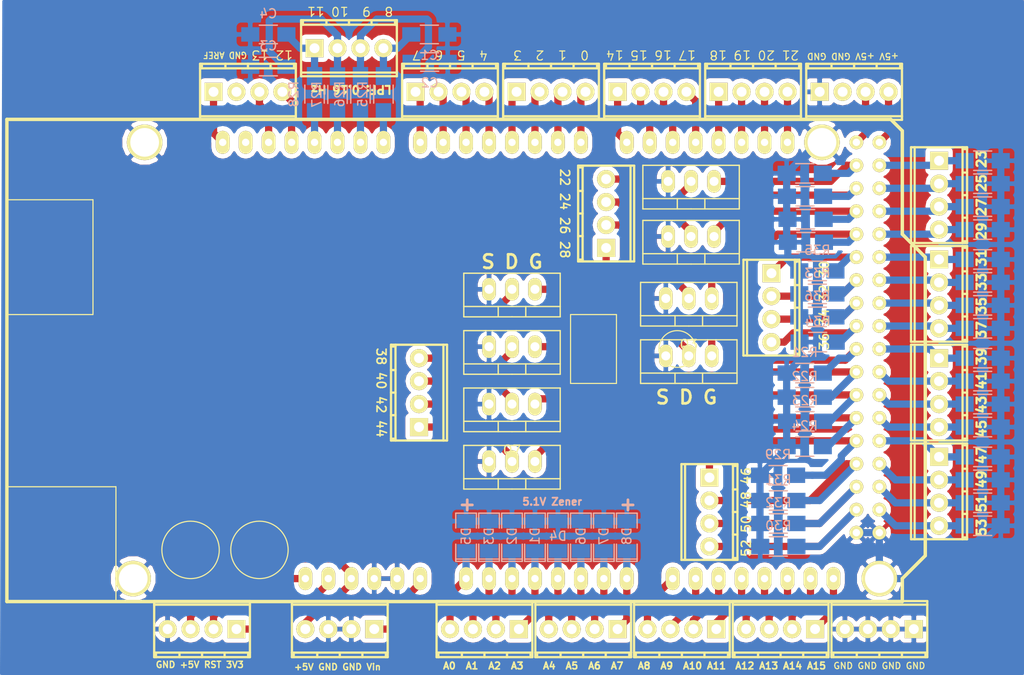
<source format=kicad_pcb>
(kicad_pcb (version 4) (host pcbnew 0.201511141146+6312~30~ubuntu14.04.1-product)
  (layers (0 F.Cu signal) (31 B.Cu signal) (34 B.Paste user) (35 F.Paste user) (36 B.SilkS user) (37 F.SilkS user) (38 B.Mask user) (39 F.Mask user) (44 Edge.Cuts user))
  (net 0 "")
  (net 1 "Net-(P1-Pad1)")
  (net 2 "Net-(P1-Pad2)")
  (net 3 "Net-(P1-Pad4)")
  (net 4 "Net-(P1-Pad3)")
  (net 5 "Net-(P2-Pad4)")
  (net 6 "Net-(P2-Pad1)")
  (net 7 "Net-(P2-Pad2)")
  (net 8 "Net-(P2-Pad3)")
  (net 9 "Net-(P3-Pad4)")
  (net 10 "Net-(P3-Pad1)")
  (net 11 "Net-(P3-Pad2)")
  (net 12 "Net-(P3-Pad3)")
  (net 13 "Net-(P4-Pad4)")
  (net 14 "Net-(P4-Pad1)")
  (net 15 "Net-(P4-Pad2)")
  (net 16 "Net-(P4-Pad3)")
  (net 17 "Net-(P5-Pad4)")
  (net 18 "Net-(P5-Pad1)")
  (net 19 "Net-(P5-Pad2)")
  (net 20 "Net-(P5-Pad3)")
  (net 21 "Net-(P7-Pad4)")
  (net 22 "Net-(P7-Pad1)")
  (net 23 "Net-(P7-Pad2)")
  (net 24 "Net-(P7-Pad3)")
  (net 25 "Net-(P8-Pad4)")
  (net 26 "Net-(P8-Pad1)")
  (net 27 "Net-(P8-Pad2)")
  (net 28 "Net-(P8-Pad3)")
  (net 29 "Net-(P9-Pad4)")
  (net 30 "Net-(P9-Pad1)")
  (net 31 "Net-(P9-Pad2)")
  (net 32 "Net-(P9-Pad3)")
  (net 33 GND)
  (net 34 "Net-(P10-Pad4)")
  (net 35 "Net-(P10-Pad1)")
  (net 36 "Net-(P10-Pad2)")
  (net 37 "Net-(P10-Pad3)")
  (net 38 "Net-(P12-Pad4)")
  (net 39 "Net-(P12-Pad1)")
  (net 40 "Net-(P12-Pad2)")
  (net 41 "Net-(P12-Pad3)")
  (net 42 "Net-(P14-Pad4)")
  (net 43 "Net-(P14-Pad1)")
  (net 44 "Net-(P14-Pad2)")
  (net 45 "Net-(P14-Pad3)")
  (net 46 "Net-(P15-Pad4)")
  (net 47 "Net-(P15-Pad1)")
  (net 48 "Net-(P15-Pad2)")
  (net 49 "Net-(P15-Pad3)")
  (net 50 "Net-(P16-Pad4)")
  (net 51 "Net-(P16-Pad1)")
  (net 52 "Net-(P16-Pad2)")
  (net 53 "Net-(P16-Pad3)")
  (net 54 "Net-(P17-Pad4)")
  (net 55 "Net-(P17-Pad1)")
  (net 56 "Net-(P17-Pad2)")
  (net 57 "Net-(P17-Pad3)")
  (net 58 "Net-(P18-Pad4)")
  (net 59 "Net-(P18-Pad1)")
  (net 60 "Net-(P18-Pad2)")
  (net 61 "Net-(P18-Pad3)")
  (net 62 "Net-(P19-Pad4)")
  (net 63 "Net-(P19-Pad3)")
  (net 64 "Net-(P20-Pad4)")
  (net 65 "Net-(P20-Pad1)")
  (net 66 "Net-(P21-Pad1)")
  (net 67 "Net-(D1-Pad1)")
  (net 68 "Net-(D2-Pad1)")
  (net 69 "Net-(D3-Pad1)")
  (net 70 "Net-(D4-Pad1)")
  (net 71 "Net-(D5-Pad1)")
  (net 72 "Net-(D6-Pad1)")
  (net 73 "Net-(D7-Pad1)")
  (net 74 "Net-(D8-Pad1)")
  (net 75 "Net-(Q1-Pad1)")
  (net 76 "Net-(Q2-Pad1)")
  (net 77 "Net-(Q3-Pad1)")
  (net 78 "Net-(Q4-Pad1)")
  (net 79 "Net-(Q5-Pad1)")
  (net 80 "Net-(Q6-Pad1)")
  (net 81 "Net-(Q7-Pad1)")
  (net 82 "Net-(Q8-Pad1)")
  (net 83 "Net-(P21-Pad2)")
  (net 84 "Net-(C1-Pad1)")
  (net 85 "Net-(C2-Pad1)")
  (net 86 "Net-(C3-Pad1)")
  (net 87 "Net-(C4-Pad1)")
  (net 88 "Net-(R25-Pad2)")
  (net 89 "Net-(R26-Pad2)")
  (net 90 "Net-(R27-Pad2)")
  (net 91 "Net-(R28-Pad2)")
  (module arduino_shields:ARDUINO_MEGA_SHIELD (layer F.Cu) (at 147.32 105.41)
    (fp_text reference SHIELD1 hide)
    (fp_text value ARDUINO_MEGA_SHIELD hide)
    (pad 14 thru_hole oval (at 68.58 -50.8 90) (size 2.54 1.524) (drill 0.8128) (layers *.Cu *.Mask F.SilkS) (net 18 "Net-(P5-Pad1)"))
    (pad 15 thru_hole oval (at 71.12 -50.8 90) (size 2.54 1.524) (drill 0.8128) (layers *.Cu *.Mask F.SilkS) (net 19 "Net-(P5-Pad2)"))
    (pad 16 thru_hole oval (at 73.66 -50.8 90) (size 2.54 1.524) (drill 0.8128) (layers *.Cu *.Mask F.SilkS) (net 20 "Net-(P5-Pad3)"))
    (pad 17 thru_hole oval (at 76.2 -50.8 90) (size 2.54 1.524) (drill 0.8128) (layers *.Cu *.Mask F.SilkS) (net 17 "Net-(P5-Pad4)"))
    (pad 18 thru_hole oval (at 78.74 -50.8 90) (size 2.54 1.524) (drill 0.8128) (layers *.Cu *.Mask F.SilkS) (net 26 "Net-(P8-Pad1)"))
    (pad 19 thru_hole oval (at 81.28 -50.8 90) (size 2.54 1.524) (drill 0.8128) (layers *.Cu *.Mask F.SilkS) (net 27 "Net-(P8-Pad2)"))
    (pad 20 thru_hole oval (at 83.82 -50.8 90) (size 2.54 1.524) (drill 0.8128) (layers *.Cu *.Mask F.SilkS) (net 28 "Net-(P8-Pad3)"))
    (pad 21 thru_hole oval (at 86.36 -50.8 90) (size 2.54 1.524) (drill 0.8128) (layers *.Cu *.Mask F.SilkS) (net 25 "Net-(P8-Pad4)"))
    (pad AD15 thru_hole oval (at 91.44 -2.54 90) (size 2.54 1.524) (drill 0.8128) (layers *.Cu *.Mask F.SilkS) (net 43 "Net-(P14-Pad1)"))
    (pad AD14 thru_hole oval (at 88.9 -2.54 90) (size 2.54 1.524) (drill 0.8128) (layers *.Cu *.Mask F.SilkS) (net 44 "Net-(P14-Pad2)"))
    (pad AD13 thru_hole oval (at 86.36 -2.54 90) (size 2.54 1.524) (drill 0.8128) (layers *.Cu *.Mask F.SilkS) (net 45 "Net-(P14-Pad3)"))
    (pad AD12 thru_hole oval (at 83.82 -2.54 90) (size 2.54 1.524) (drill 0.8128) (layers *.Cu *.Mask F.SilkS) (net 42 "Net-(P14-Pad4)"))
    (pad AD8 thru_hole oval (at 73.66 -2.54 90) (size 2.54 1.524) (drill 0.8128) (layers *.Cu *.Mask F.SilkS) (net 38 "Net-(P12-Pad4)"))
    (pad AD7 thru_hole oval (at 68.58 -2.54 90) (size 2.54 1.524) (drill 0.8128) (layers *.Cu *.Mask F.SilkS) (net 74 "Net-(D8-Pad1)"))
    (pad AD6 thru_hole oval (at 66.04 -2.54 90) (size 2.54 1.524) (drill 0.8128) (layers *.Cu *.Mask F.SilkS) (net 73 "Net-(D7-Pad1)"))
    (pad AD9 thru_hole oval (at 76.2 -2.54 90) (size 2.54 1.524) (drill 0.8128) (layers *.Cu *.Mask F.SilkS) (net 41 "Net-(P12-Pad3)"))
    (pad AD10 thru_hole oval (at 78.74 -2.54 90) (size 2.54 1.524) (drill 0.8128) (layers *.Cu *.Mask F.SilkS) (net 40 "Net-(P12-Pad2)"))
    (pad AD11 thru_hole oval (at 81.28 -2.54 90) (size 2.54 1.524) (drill 0.8128) (layers *.Cu *.Mask F.SilkS) (net 39 "Net-(P12-Pad1)"))
    (pad AD5 thru_hole oval (at 63.5 -2.54 90) (size 2.54 1.524) (drill 0.8128) (layers *.Cu *.Mask F.SilkS) (net 72 "Net-(D6-Pad1)"))
    (pad AD4 thru_hole oval (at 60.96 -2.54 90) (size 2.54 1.524) (drill 0.8128) (layers *.Cu *.Mask F.SilkS) (net 70 "Net-(D4-Pad1)"))
    (pad AD3 thru_hole oval (at 58.42 -2.54 90) (size 2.54 1.524) (drill 0.8128) (layers *.Cu *.Mask F.SilkS) (net 67 "Net-(D1-Pad1)"))
    (pad AD0 thru_hole oval (at 50.8 -2.54 90) (size 2.54 1.524) (drill 0.8128) (layers *.Cu *.Mask F.SilkS) (net 71 "Net-(D5-Pad1)"))
    (pad AD1 thru_hole oval (at 53.34 -2.54 90) (size 2.54 1.524) (drill 0.8128) (layers *.Cu *.Mask F.SilkS) (net 69 "Net-(D3-Pad1)"))
    (pad AD2 thru_hole oval (at 55.88 -2.54 90) (size 2.54 1.524) (drill 0.8128) (layers *.Cu *.Mask F.SilkS) (net 68 "Net-(D2-Pad1)"))
    (pad V_IN thru_hole oval (at 45.72 -2.54 90) (size 2.54 1.524) (drill 0.8128) (layers *.Cu *.Mask F.SilkS) (net 65 "Net-(P20-Pad1)"))
    (pad GND2 thru_hole oval (at 43.18 -2.54 90) (size 2.54 1.524) (drill 0.8128) (layers *.Cu *.Mask F.SilkS) (net 33 GND))
    (pad GND1 thru_hole oval (at 40.64 -2.54 90) (size 2.54 1.524) (drill 0.8128) (layers *.Cu *.Mask F.SilkS) (net 33 GND))
    (pad 3V3 thru_hole oval (at 35.56 -2.54 90) (size 2.54 1.524) (drill 0.8128) (layers *.Cu *.Mask F.SilkS) (net 66 "Net-(P21-Pad1)"))
    (pad RST thru_hole oval (at 33.02 -2.54 90) (size 2.54 1.524) (drill 0.8128) (layers *.Cu *.Mask F.SilkS) (net 83 "Net-(P21-Pad2)"))
    (pad 0 thru_hole oval (at 63.5 -50.8 90) (size 2.54 1.524) (drill 0.8128) (layers *.Cu *.Mask F.SilkS) (net 21 "Net-(P7-Pad4)"))
    (pad 1 thru_hole oval (at 60.96 -50.8 90) (size 2.54 1.524) (drill 0.8128) (layers *.Cu *.Mask F.SilkS) (net 24 "Net-(P7-Pad3)"))
    (pad 2 thru_hole oval (at 58.42 -50.8 90) (size 2.54 1.524) (drill 0.8128) (layers *.Cu *.Mask F.SilkS) (net 23 "Net-(P7-Pad2)"))
    (pad 3 thru_hole oval (at 55.88 -50.8 90) (size 2.54 1.524) (drill 0.8128) (layers *.Cu *.Mask F.SilkS) (net 22 "Net-(P7-Pad1)"))
    (pad 4 thru_hole oval (at 53.34 -50.8 90) (size 2.54 1.524) (drill 0.8128) (layers *.Cu *.Mask F.SilkS) (net 13 "Net-(P4-Pad4)"))
    (pad 5 thru_hole oval (at 50.8 -50.8 90) (size 2.54 1.524) (drill 0.8128) (layers *.Cu *.Mask F.SilkS) (net 16 "Net-(P4-Pad3)"))
    (pad 6 thru_hole oval (at 48.26 -50.8 90) (size 2.54 1.524) (drill 0.8128) (layers *.Cu *.Mask F.SilkS) (net 15 "Net-(P4-Pad2)"))
    (pad 7 thru_hole oval (at 45.72 -50.8 90) (size 2.54 1.524) (drill 0.8128) (layers *.Cu *.Mask F.SilkS) (net 14 "Net-(P4-Pad1)"))
    (pad 8 thru_hole oval (at 41.656 -50.8 90) (size 2.54 1.524) (drill 0.8128) (layers *.Cu *.Mask F.SilkS) (net 88 "Net-(R25-Pad2)"))
    (pad 9 thru_hole oval (at 39.116 -50.8 90) (size 2.54 1.524) (drill 0.8128) (layers *.Cu *.Mask F.SilkS) (net 89 "Net-(R26-Pad2)"))
    (pad 10 thru_hole oval (at 36.576 -50.8 90) (size 2.54 1.524) (drill 0.8128) (layers *.Cu *.Mask F.SilkS) (net 90 "Net-(R27-Pad2)"))
    (pad 11 thru_hole oval (at 34.036 -50.8 90) (size 2.54 1.524) (drill 0.8128) (layers *.Cu *.Mask F.SilkS) (net 91 "Net-(R28-Pad2)"))
    (pad 12 thru_hole oval (at 31.496 -50.8 90) (size 2.54 1.524) (drill 0.8128) (layers *.Cu *.Mask F.SilkS) (net 9 "Net-(P3-Pad4)"))
    (pad 13 thru_hole oval (at 28.956 -50.8 90) (size 2.54 1.524) (drill 0.8128) (layers *.Cu *.Mask F.SilkS) (net 12 "Net-(P3-Pad3)"))
    (pad GND3 thru_hole oval (at 26.416 -50.8 90) (size 2.54 1.524) (drill 0.8128) (layers *.Cu *.Mask F.SilkS) (net 11 "Net-(P3-Pad2)"))
    (pad AREF thru_hole oval (at 23.876 -50.8 90) (size 2.54 1.524) (drill 0.8128) (layers *.Cu *.Mask F.SilkS) (net 10 "Net-(P3-Pad1)"))
    (pad 5V thru_hole oval (at 38.1 -2.54 90) (size 2.54 1.524) (drill 0.8128) (layers *.Cu *.Mask F.SilkS) (net 64 "Net-(P20-Pad4)"))
    (pad GND1 thru_hole circle (at 96.52 -2.54 90) (size 3.937 3.937) (drill 3.175) (layers *.Cu *.Mask F.SilkS) (net 33 GND))
    (pad GND1 thru_hole circle (at 90.17 -50.8 90) (size 3.937 3.937) (drill 3.175) (layers *.Cu *.Mask F.SilkS) (net 33 GND))
    (pad GND1 thru_hole circle (at 15.24 -50.8 90) (size 3.937 3.937) (drill 3.175) (layers *.Cu *.Mask F.SilkS) (net 33 GND))
    (pad GND1 thru_hole circle (at 13.97 -2.54 90) (size 3.937 3.937) (drill 3.175) (layers *.Cu *.Mask F.SilkS) (net 33 GND))
    (pad 22 thru_hole circle (at 93.98 -48.26) (size 1.524 1.524) (drill 0.8128) (layers *.Cu *.Mask F.SilkS) (net 75 "Net-(Q1-Pad1)"))
    (pad 23 thru_hole circle (at 96.52 -48.26) (size 1.524 1.524) (drill 0.8128) (layers *.Cu *.Mask F.SilkS) (net 1 "Net-(P1-Pad1)"))
    (pad 24 thru_hole circle (at 93.98 -45.72) (size 1.524 1.524) (drill 0.8128) (layers *.Cu *.Mask F.SilkS) (net 78 "Net-(Q4-Pad1)"))
    (pad 25 thru_hole circle (at 96.52 -45.72) (size 1.524 1.524) (drill 0.8128) (layers *.Cu *.Mask F.SilkS) (net 2 "Net-(P1-Pad2)"))
    (pad 26 thru_hole circle (at 93.98 -43.18) (size 1.524 1.524) (drill 0.8128) (layers *.Cu *.Mask F.SilkS) (net 77 "Net-(Q3-Pad1)"))
    (pad 27 thru_hole circle (at 96.52 -43.18) (size 1.524 1.524) (drill 0.8128) (layers *.Cu *.Mask F.SilkS) (net 4 "Net-(P1-Pad3)"))
    (pad 28 thru_hole circle (at 93.98 -40.64) (size 1.524 1.524) (drill 0.8128) (layers *.Cu *.Mask F.SilkS) (net 76 "Net-(Q2-Pad1)"))
    (pad 29 thru_hole circle (at 96.52 -40.64) (size 1.524 1.524) (drill 0.8128) (layers *.Cu *.Mask F.SilkS) (net 3 "Net-(P1-Pad4)"))
    (pad 5V_4 thru_hole circle (at 93.98 -50.8) (size 1.524 1.524) (drill 0.8128) (layers *.Cu *.Mask F.SilkS) (net 63 "Net-(P19-Pad3)"))
    (pad 5V_5 thru_hole circle (at 96.52 -50.8) (size 1.524 1.524) (drill 0.8128) (layers *.Cu *.Mask F.SilkS) (net 62 "Net-(P19-Pad4)"))
    (pad 31 thru_hole circle (at 96.52 -38.1) (size 1.524 1.524) (drill 0.8128) (layers *.Cu *.Mask F.SilkS) (net 6 "Net-(P2-Pad1)"))
    (pad 30 thru_hole circle (at 93.98 -38.1) (size 1.524 1.524) (drill 0.8128) (layers *.Cu *.Mask F.SilkS) (net 51 "Net-(P16-Pad1)"))
    (pad 32 thru_hole circle (at 93.98 -35.56) (size 1.524 1.524) (drill 0.8128) (layers *.Cu *.Mask F.SilkS) (net 52 "Net-(P16-Pad2)"))
    (pad 33 thru_hole circle (at 96.52 -35.56) (size 1.524 1.524) (drill 0.8128) (layers *.Cu *.Mask F.SilkS) (net 7 "Net-(P2-Pad2)"))
    (pad 34 thru_hole circle (at 93.98 -33.02) (size 1.524 1.524) (drill 0.8128) (layers *.Cu *.Mask F.SilkS) (net 53 "Net-(P16-Pad3)"))
    (pad 35 thru_hole circle (at 96.52 -33.02) (size 1.524 1.524) (drill 0.8128) (layers *.Cu *.Mask F.SilkS) (net 8 "Net-(P2-Pad3)"))
    (pad 36 thru_hole circle (at 93.98 -30.48) (size 1.524 1.524) (drill 0.8128) (layers *.Cu *.Mask F.SilkS) (net 50 "Net-(P16-Pad4)"))
    (pad 37 thru_hole circle (at 96.52 -30.48) (size 1.524 1.524) (drill 0.8128) (layers *.Cu *.Mask F.SilkS) (net 5 "Net-(P2-Pad4)"))
    (pad 38 thru_hole circle (at 93.98 -27.94) (size 1.524 1.524) (drill 0.8128) (layers *.Cu *.Mask F.SilkS) (net 79 "Net-(Q5-Pad1)"))
    (pad 39 thru_hole circle (at 96.52 -27.94) (size 1.524 1.524) (drill 0.8128) (layers *.Cu *.Mask F.SilkS) (net 30 "Net-(P9-Pad1)"))
    (pad 40 thru_hole circle (at 93.98 -25.4) (size 1.524 1.524) (drill 0.8128) (layers *.Cu *.Mask F.SilkS) (net 80 "Net-(Q6-Pad1)"))
    (pad 41 thru_hole circle (at 96.52 -25.4) (size 1.524 1.524) (drill 0.8128) (layers *.Cu *.Mask F.SilkS) (net 31 "Net-(P9-Pad2)"))
    (pad 42 thru_hole circle (at 93.98 -22.86) (size 1.524 1.524) (drill 0.8128) (layers *.Cu *.Mask F.SilkS) (net 81 "Net-(Q7-Pad1)"))
    (pad 43 thru_hole circle (at 96.52 -22.86) (size 1.524 1.524) (drill 0.8128) (layers *.Cu *.Mask F.SilkS) (net 32 "Net-(P9-Pad3)"))
    (pad 44 thru_hole circle (at 93.98 -20.32) (size 1.524 1.524) (drill 0.8128) (layers *.Cu *.Mask F.SilkS) (net 82 "Net-(Q8-Pad1)"))
    (pad 45 thru_hole circle (at 96.52 -20.32) (size 1.524 1.524) (drill 0.8128) (layers *.Cu *.Mask F.SilkS) (net 29 "Net-(P9-Pad4)"))
    (pad 46 thru_hole circle (at 93.98 -17.78) (size 1.524 1.524) (drill 0.8128) (layers *.Cu *.Mask F.SilkS) (net 55 "Net-(P17-Pad1)"))
    (pad 47 thru_hole circle (at 96.52 -17.78) (size 1.524 1.524) (drill 0.8128) (layers *.Cu *.Mask F.SilkS) (net 35 "Net-(P10-Pad1)"))
    (pad 48 thru_hole circle (at 93.98 -15.24) (size 1.524 1.524) (drill 0.8128) (layers *.Cu *.Mask F.SilkS) (net 56 "Net-(P17-Pad2)"))
    (pad 49 thru_hole circle (at 96.52 -15.24) (size 1.524 1.524) (drill 0.8128) (layers *.Cu *.Mask F.SilkS) (net 36 "Net-(P10-Pad2)"))
    (pad 50 thru_hole circle (at 93.98 -12.7) (size 1.524 1.524) (drill 0.8128) (layers *.Cu *.Mask F.SilkS) (net 57 "Net-(P17-Pad3)"))
    (pad 51 thru_hole circle (at 96.52 -12.7) (size 1.524 1.524) (drill 0.8128) (layers *.Cu *.Mask F.SilkS) (net 37 "Net-(P10-Pad3)"))
    (pad 52 thru_hole circle (at 93.98 -10.16) (size 1.524 1.524) (drill 0.8128) (layers *.Cu *.Mask F.SilkS) (net 54 "Net-(P17-Pad4)"))
    (pad 53 thru_hole circle (at 96.52 -10.16) (size 1.524 1.524) (drill 0.8128) (layers *.Cu *.Mask F.SilkS) (net 34 "Net-(P10-Pad4)"))
    (pad GND4 thru_hole circle (at 93.98 -7.62) (size 1.524 1.524) (drill 0.8128) (layers *.Cu *.Mask F.SilkS) (net 33 GND))
    (pad GND5 thru_hole circle (at 96.52 -7.62) (size 1.524 1.524) (drill 0.8128) (layers *.Cu *.Mask F.SilkS) (net 33 GND))
  )
  (module w_conn_mpt:mpt_0,5%2f4-2,54 (layer F.Cu) (at 250.444 60.452 90)
    (fp_text reference P1 hide)
    (fp_text value CONN_01X04 hide)
    (pad 4 thru_hole oval (at -3.81 0 90) (size 1.99898 1.99898) (drill 1.09728) (layers *.Cu *.Mask F.SilkS) (net 3 "Net-(P1-Pad4)"))
    (pad 1 thru_hole rect (at 3.81 0 90) (size 1.99898 1.99898) (drill 1.09728) (layers *.Cu *.Mask F.SilkS) (net 1 "Net-(P1-Pad1)"))
    (pad 2 thru_hole oval (at 1.27 0 90) (size 1.99898 1.99898) (drill 1.09728) (layers *.Cu *.Mask F.SilkS) (net 2 "Net-(P1-Pad2)"))
    (pad 3 thru_hole oval (at -1.27 0 90) (size 1.99898 1.99898) (drill 1.09728) (layers *.Cu *.Mask F.SilkS) (net 4 "Net-(P1-Pad3)"))
  )
  (module w_conn_mpt:mpt_0,5%2f4-2,54 (layer F.Cu) (at 250.444 71.374 90)
    (fp_text reference P2 hide)
    (fp_text value CONN_01X04 hide)
    (pad 4 thru_hole oval (at -3.81 0 90) (size 1.99898 1.99898) (drill 1.09728) (layers *.Cu *.Mask F.SilkS) (net 5 "Net-(P2-Pad4)"))
    (pad 1 thru_hole rect (at 3.81 0 90) (size 1.99898 1.99898) (drill 1.09728) (layers *.Cu *.Mask F.SilkS) (net 6 "Net-(P2-Pad1)"))
    (pad 2 thru_hole oval (at 1.27 0 90) (size 1.99898 1.99898) (drill 1.09728) (layers *.Cu *.Mask F.SilkS) (net 7 "Net-(P2-Pad2)"))
    (pad 3 thru_hole oval (at -1.27 0 90) (size 1.99898 1.99898) (drill 1.09728) (layers *.Cu *.Mask F.SilkS) (net 8 "Net-(P2-Pad3)"))
  )
  (module w_conn_mpt:mpt_0,5%2f4-2,54 (layer F.Cu) (at 173.99 49.022 180)
    (fp_text reference P3 hide)
    (fp_text value CONN_01X04 hide)
    (pad 4 thru_hole oval (at -3.81 0 180) (size 1.99898 1.99898) (drill 1.09728) (layers *.Cu *.Mask F.SilkS) (net 9 "Net-(P3-Pad4)"))
    (pad 1 thru_hole rect (at 3.81 0 180) (size 1.99898 1.99898) (drill 1.09728) (layers *.Cu *.Mask F.SilkS) (net 10 "Net-(P3-Pad1)"))
    (pad 2 thru_hole oval (at 1.27 0 180) (size 1.99898 1.99898) (drill 1.09728) (layers *.Cu *.Mask F.SilkS) (net 11 "Net-(P3-Pad2)"))
    (pad 3 thru_hole oval (at -1.27 0 180) (size 1.99898 1.99898) (drill 1.09728) (layers *.Cu *.Mask F.SilkS) (net 12 "Net-(P3-Pad3)"))
  )
  (module w_conn_mpt:mpt_0,5%2f4-2,54 (layer F.Cu) (at 196.342 49.022 180)
    (fp_text reference P4 hide)
    (fp_text value CONN_01X04 hide)
    (pad 4 thru_hole oval (at -3.81 0 180) (size 1.99898 1.99898) (drill 1.09728) (layers *.Cu *.Mask F.SilkS) (net 13 "Net-(P4-Pad4)"))
    (pad 1 thru_hole rect (at 3.81 0 180) (size 1.99898 1.99898) (drill 1.09728) (layers *.Cu *.Mask F.SilkS) (net 14 "Net-(P4-Pad1)"))
    (pad 2 thru_hole oval (at 1.27 0 180) (size 1.99898 1.99898) (drill 1.09728) (layers *.Cu *.Mask F.SilkS) (net 15 "Net-(P4-Pad2)"))
    (pad 3 thru_hole oval (at -1.27 0 180) (size 1.99898 1.99898) (drill 1.09728) (layers *.Cu *.Mask F.SilkS) (net 16 "Net-(P4-Pad3)"))
  )
  (module w_conn_mpt:mpt_0,5%2f4-2,54 (layer F.Cu) (at 218.694 49.022 180)
    (fp_text reference P5 hide)
    (fp_text value CONN_01X04 hide)
    (pad 4 thru_hole oval (at -3.81 0 180) (size 1.99898 1.99898) (drill 1.09728) (layers *.Cu *.Mask F.SilkS) (net 17 "Net-(P5-Pad4)"))
    (pad 1 thru_hole rect (at 3.81 0 180) (size 1.99898 1.99898) (drill 1.09728) (layers *.Cu *.Mask F.SilkS) (net 18 "Net-(P5-Pad1)"))
    (pad 2 thru_hole oval (at 1.27 0 180) (size 1.99898 1.99898) (drill 1.09728) (layers *.Cu *.Mask F.SilkS) (net 19 "Net-(P5-Pad2)"))
    (pad 3 thru_hole oval (at -1.27 0 180) (size 1.99898 1.99898) (drill 1.09728) (layers *.Cu *.Mask F.SilkS) (net 20 "Net-(P5-Pad3)"))
  )
  (module w_conn_mpt:mpt_0,5%2f4-2,54 (layer F.Cu) (at 185.166 44.196 180)
    (fp_text reference P6 hide)
    (fp_text value CONN_01X04 hide)
    (pad 4 thru_hole oval (at -3.81 0 180) (size 1.99898 1.99898) (drill 1.09728) (layers *.Cu *.Mask F.SilkS) (net 84 "Net-(C1-Pad1)"))
    (pad 1 thru_hole rect (at 3.81 0 180) (size 1.99898 1.99898) (drill 1.09728) (layers *.Cu *.Mask F.SilkS) (net 87 "Net-(C4-Pad1)"))
    (pad 2 thru_hole oval (at 1.27 0 180) (size 1.99898 1.99898) (drill 1.09728) (layers *.Cu *.Mask F.SilkS) (net 86 "Net-(C3-Pad1)"))
    (pad 3 thru_hole oval (at -1.27 0 180) (size 1.99898 1.99898) (drill 1.09728) (layers *.Cu *.Mask F.SilkS) (net 85 "Net-(C2-Pad1)"))
  )
  (module w_conn_mpt:mpt_0,5%2f4-2,54 (layer F.Cu) (at 207.518 49.022 180)
    (fp_text reference P7 hide)
    (fp_text value CONN_01X04 hide)
    (pad 4 thru_hole oval (at -3.81 0 180) (size 1.99898 1.99898) (drill 1.09728) (layers *.Cu *.Mask F.SilkS) (net 21 "Net-(P7-Pad4)"))
    (pad 1 thru_hole rect (at 3.81 0 180) (size 1.99898 1.99898) (drill 1.09728) (layers *.Cu *.Mask F.SilkS) (net 22 "Net-(P7-Pad1)"))
    (pad 2 thru_hole oval (at 1.27 0 180) (size 1.99898 1.99898) (drill 1.09728) (layers *.Cu *.Mask F.SilkS) (net 23 "Net-(P7-Pad2)"))
    (pad 3 thru_hole oval (at -1.27 0 180) (size 1.99898 1.99898) (drill 1.09728) (layers *.Cu *.Mask F.SilkS) (net 24 "Net-(P7-Pad3)"))
  )
  (module w_conn_mpt:mpt_0,5%2f4-2,54 (layer F.Cu) (at 229.87 49.022 180)
    (fp_text reference P8 hide)
    (fp_text value CONN_01X04 hide)
    (pad 4 thru_hole oval (at -3.81 0 180) (size 1.99898 1.99898) (drill 1.09728) (layers *.Cu *.Mask F.SilkS) (net 25 "Net-(P8-Pad4)"))
    (pad 1 thru_hole rect (at 3.81 0 180) (size 1.99898 1.99898) (drill 1.09728) (layers *.Cu *.Mask F.SilkS) (net 26 "Net-(P8-Pad1)"))
    (pad 2 thru_hole oval (at 1.27 0 180) (size 1.99898 1.99898) (drill 1.09728) (layers *.Cu *.Mask F.SilkS) (net 27 "Net-(P8-Pad2)"))
    (pad 3 thru_hole oval (at -1.27 0 180) (size 1.99898 1.99898) (drill 1.09728) (layers *.Cu *.Mask F.SilkS) (net 28 "Net-(P8-Pad3)"))
  )
  (module w_conn_mpt:mpt_0,5%2f4-2,54 (layer F.Cu) (at 250.444 82.296 90)
    (fp_text reference P9 hide)
    (fp_text value CONN_01X04 hide)
    (pad 4 thru_hole oval (at -3.81 0 90) (size 1.99898 1.99898) (drill 1.09728) (layers *.Cu *.Mask F.SilkS) (net 29 "Net-(P9-Pad4)"))
    (pad 1 thru_hole rect (at 3.81 0 90) (size 1.99898 1.99898) (drill 1.09728) (layers *.Cu *.Mask F.SilkS) (net 30 "Net-(P9-Pad1)"))
    (pad 2 thru_hole oval (at 1.27 0 90) (size 1.99898 1.99898) (drill 1.09728) (layers *.Cu *.Mask F.SilkS) (net 31 "Net-(P9-Pad2)"))
    (pad 3 thru_hole oval (at -1.27 0 90) (size 1.99898 1.99898) (drill 1.09728) (layers *.Cu *.Mask F.SilkS) (net 32 "Net-(P9-Pad3)"))
  )
  (module Resistors_SMD:R_1206_HandSoldering (layer B.Cu) (at 255.27 75.184)
    (fp_text reference R1 hide)
    (fp_text value 10k)
    (pad 1 smd rect (at -2 0) (size 2 1.7) (layers B.Cu B.Paste B.Mask) (net 5 "Net-(P2-Pad4)"))
    (pad 2 smd rect (at 2 0) (size 2 1.7) (layers B.Cu B.Paste B.Mask) (net 33 GND))
  )
  (module Resistors_SMD:R_1206_HandSoldering (layer B.Cu) (at 255.27 72.644)
    (fp_text reference R2 hide)
    (fp_text value 10k)
    (pad 1 smd rect (at -2 0) (size 2 1.7) (layers B.Cu B.Paste B.Mask) (net 8 "Net-(P2-Pad3)"))
    (pad 2 smd rect (at 2 0) (size 2 1.7) (layers B.Cu B.Paste B.Mask) (net 33 GND))
  )
  (module w_conn_mpt:mpt_0,5%2f4-2,54 (layer F.Cu) (at 250.444 93.218 90)
    (fp_text reference P10 hide)
    (fp_text value CONN_01X04 hide)
    (pad 4 thru_hole oval (at -3.81 0 90) (size 1.99898 1.99898) (drill 1.09728) (layers *.Cu *.Mask F.SilkS) (net 34 "Net-(P10-Pad4)"))
    (pad 1 thru_hole rect (at 3.81 0 90) (size 1.99898 1.99898) (drill 1.09728) (layers *.Cu *.Mask F.SilkS) (net 35 "Net-(P10-Pad1)"))
    (pad 2 thru_hole oval (at 1.27 0 90) (size 1.99898 1.99898) (drill 1.09728) (layers *.Cu *.Mask F.SilkS) (net 36 "Net-(P10-Pad2)"))
    (pad 3 thru_hole oval (at -1.27 0 90) (size 1.99898 1.99898) (drill 1.09728) (layers *.Cu *.Mask F.SilkS) (net 37 "Net-(P10-Pad3)"))
  )
  (module w_conn_mpt:mpt_0,5%2f4-2,54 (layer F.Cu) (at 200.152 108.458)
    (fp_text reference P11 hide)
    (fp_text value CONN_01X04 hide)
    (pad 4 thru_hole oval (at -3.81 0) (size 1.99898 1.99898) (drill 1.09728) (layers *.Cu *.Mask F.SilkS) (net 71 "Net-(D5-Pad1)"))
    (pad 1 thru_hole rect (at 3.81 0) (size 1.99898 1.99898) (drill 1.09728) (layers *.Cu *.Mask F.SilkS) (net 67 "Net-(D1-Pad1)"))
    (pad 2 thru_hole oval (at 1.27 0) (size 1.99898 1.99898) (drill 1.09728) (layers *.Cu *.Mask F.SilkS) (net 68 "Net-(D2-Pad1)"))
    (pad 3 thru_hole oval (at -1.27 0) (size 1.99898 1.99898) (drill 1.09728) (layers *.Cu *.Mask F.SilkS) (net 69 "Net-(D3-Pad1)"))
  )
  (module w_conn_mpt:mpt_0,5%2f4-2,54 (layer F.Cu) (at 221.996 108.458)
    (fp_text reference P12 hide)
    (fp_text value CONN_01X04 hide)
    (pad 4 thru_hole oval (at -3.81 0) (size 1.99898 1.99898) (drill 1.09728) (layers *.Cu *.Mask F.SilkS) (net 38 "Net-(P12-Pad4)"))
    (pad 1 thru_hole rect (at 3.81 0) (size 1.99898 1.99898) (drill 1.09728) (layers *.Cu *.Mask F.SilkS) (net 39 "Net-(P12-Pad1)"))
    (pad 2 thru_hole oval (at 1.27 0) (size 1.99898 1.99898) (drill 1.09728) (layers *.Cu *.Mask F.SilkS) (net 40 "Net-(P12-Pad2)"))
    (pad 3 thru_hole oval (at -1.27 0) (size 1.99898 1.99898) (drill 1.09728) (layers *.Cu *.Mask F.SilkS) (net 41 "Net-(P12-Pad3)"))
  )
  (module w_conn_mpt:mpt_0,5%2f4-2,54 (layer F.Cu) (at 211.074 108.458)
    (fp_text reference P13 hide)
    (fp_text value CONN_01X04 hide)
    (pad 4 thru_hole oval (at -3.81 0) (size 1.99898 1.99898) (drill 1.09728) (layers *.Cu *.Mask F.SilkS) (net 70 "Net-(D4-Pad1)"))
    (pad 1 thru_hole rect (at 3.81 0) (size 1.99898 1.99898) (drill 1.09728) (layers *.Cu *.Mask F.SilkS) (net 74 "Net-(D8-Pad1)"))
    (pad 2 thru_hole oval (at 1.27 0) (size 1.99898 1.99898) (drill 1.09728) (layers *.Cu *.Mask F.SilkS) (net 73 "Net-(D7-Pad1)"))
    (pad 3 thru_hole oval (at -1.27 0) (size 1.99898 1.99898) (drill 1.09728) (layers *.Cu *.Mask F.SilkS) (net 72 "Net-(D6-Pad1)"))
  )
  (module w_conn_mpt:mpt_0,5%2f4-2,54 (layer F.Cu) (at 232.918 108.458)
    (fp_text reference P14 hide)
    (fp_text value CONN_01X04 hide)
    (pad 4 thru_hole oval (at -3.81 0) (size 1.99898 1.99898) (drill 1.09728) (layers *.Cu *.Mask F.SilkS) (net 42 "Net-(P14-Pad4)"))
    (pad 1 thru_hole rect (at 3.81 0) (size 1.99898 1.99898) (drill 1.09728) (layers *.Cu *.Mask F.SilkS) (net 43 "Net-(P14-Pad1)"))
    (pad 2 thru_hole oval (at 1.27 0) (size 1.99898 1.99898) (drill 1.09728) (layers *.Cu *.Mask F.SilkS) (net 44 "Net-(P14-Pad2)"))
    (pad 3 thru_hole oval (at -1.27 0) (size 1.99898 1.99898) (drill 1.09728) (layers *.Cu *.Mask F.SilkS) (net 45 "Net-(P14-Pad3)"))
  )
  (module Resistors_SMD:R_1206_HandSoldering (layer B.Cu) (at 255.27 70.104)
    (fp_text reference R3 hide)
    (fp_text value 10k)
    (pad 1 smd rect (at -2 0) (size 2 1.7) (layers B.Cu B.Paste B.Mask) (net 7 "Net-(P2-Pad2)"))
    (pad 2 smd rect (at 2 0) (size 2 1.7) (layers B.Cu B.Paste B.Mask) (net 33 GND))
  )
  (module Resistors_SMD:R_1206_HandSoldering (layer B.Cu) (at 255.27 67.564)
    (fp_text reference R4 hide)
    (fp_text value 10k)
    (pad 1 smd rect (at -2 0) (size 2 1.7) (layers B.Cu B.Paste B.Mask) (net 6 "Net-(P2-Pad1)"))
    (pad 2 smd rect (at 2 0) (size 2 1.7) (layers B.Cu B.Paste B.Mask) (net 33 GND))
  )
  (module Resistors_SMD:R_1206_HandSoldering (layer B.Cu) (at 255.27 64.262)
    (fp_text reference R5 hide)
    (fp_text value 10k)
    (pad 1 smd rect (at -2 0) (size 2 1.7) (layers B.Cu B.Paste B.Mask) (net 3 "Net-(P1-Pad4)"))
    (pad 2 smd rect (at 2 0) (size 2 1.7) (layers B.Cu B.Paste B.Mask) (net 33 GND))
  )
  (module Resistors_SMD:R_1206_HandSoldering (layer B.Cu) (at 255.27 61.722)
    (fp_text reference R6 hide)
    (fp_text value 10k)
    (pad 1 smd rect (at -2 0) (size 2 1.7) (layers B.Cu B.Paste B.Mask) (net 4 "Net-(P1-Pad3)"))
    (pad 2 smd rect (at 2 0) (size 2 1.7) (layers B.Cu B.Paste B.Mask) (net 33 GND))
  )
  (module Resistors_SMD:R_1206_HandSoldering (layer B.Cu) (at 255.27 59.182)
    (fp_text reference R7 hide)
    (fp_text value 10k)
    (pad 1 smd rect (at -2 0) (size 2 1.7) (layers B.Cu B.Paste B.Mask) (net 2 "Net-(P1-Pad2)"))
    (pad 2 smd rect (at 2 0) (size 2 1.7) (layers B.Cu B.Paste B.Mask) (net 33 GND))
  )
  (module Resistors_SMD:R_1206_HandSoldering (layer B.Cu) (at 255.27 56.642)
    (fp_text reference R8 hide)
    (fp_text value 10k)
    (pad 1 smd rect (at -2 0) (size 2 1.7) (layers B.Cu B.Paste B.Mask) (net 1 "Net-(P1-Pad1)"))
    (pad 2 smd rect (at 2 0) (size 2 1.7) (layers B.Cu B.Paste B.Mask) (net 33 GND))
  )
  (module Resistors_SMD:R_1206_HandSoldering (layer B.Cu) (at 255.27 78.486)
    (fp_text reference R9 hide)
    (fp_text value 10k)
    (pad 1 smd rect (at -2 0) (size 2 1.7) (layers B.Cu B.Paste B.Mask) (net 30 "Net-(P9-Pad1)"))
    (pad 2 smd rect (at 2 0) (size 2 1.7) (layers B.Cu B.Paste B.Mask) (net 33 GND))
  )
  (module Resistors_SMD:R_1206_HandSoldering (layer B.Cu) (at 255.27 81.026)
    (fp_text reference R10 hide)
    (fp_text value 10k)
    (pad 1 smd rect (at -2 0) (size 2 1.7) (layers B.Cu B.Paste B.Mask) (net 31 "Net-(P9-Pad2)"))
    (pad 2 smd rect (at 2 0) (size 2 1.7) (layers B.Cu B.Paste B.Mask) (net 33 GND))
  )
  (module Resistors_SMD:R_1206_HandSoldering (layer B.Cu) (at 255.27 83.566)
    (fp_text reference R11 hide)
    (fp_text value 10k)
    (pad 1 smd rect (at -2 0) (size 2 1.7) (layers B.Cu B.Paste B.Mask) (net 32 "Net-(P9-Pad3)"))
    (pad 2 smd rect (at 2 0) (size 2 1.7) (layers B.Cu B.Paste B.Mask) (net 33 GND))
  )
  (module Resistors_SMD:R_1206_HandSoldering (layer B.Cu) (at 255.27 86.106)
    (fp_text reference R12 hide)
    (fp_text value 10k)
    (pad 1 smd rect (at -2 0) (size 2 1.7) (layers B.Cu B.Paste B.Mask) (net 29 "Net-(P9-Pad4)"))
    (pad 2 smd rect (at 2 0) (size 2 1.7) (layers B.Cu B.Paste B.Mask) (net 33 GND))
  )
  (module Resistors_SMD:R_1206_HandSoldering (layer B.Cu) (at 255.27 97.028)
    (fp_text reference R13 hide)
    (fp_text value 10k)
    (pad 1 smd rect (at -2 0) (size 2 1.7) (layers B.Cu B.Paste B.Mask) (net 34 "Net-(P10-Pad4)"))
    (pad 2 smd rect (at 2 0) (size 2 1.7) (layers B.Cu B.Paste B.Mask) (net 33 GND))
  )
  (module Resistors_SMD:R_1206_HandSoldering (layer B.Cu) (at 255.27 94.488)
    (fp_text reference R14 hide)
    (fp_text value 10k)
    (pad 1 smd rect (at -2 0) (size 2 1.7) (layers B.Cu B.Paste B.Mask) (net 37 "Net-(P10-Pad3)"))
    (pad 2 smd rect (at 2 0) (size 2 1.7) (layers B.Cu B.Paste B.Mask) (net 33 GND))
  )
  (module Resistors_SMD:R_1206_HandSoldering (layer B.Cu) (at 255.27 91.948)
    (fp_text reference R15 hide)
    (fp_text value 10k)
    (pad 1 smd rect (at -2 0) (size 2 1.7) (layers B.Cu B.Paste B.Mask) (net 36 "Net-(P10-Pad2)"))
    (pad 2 smd rect (at 2 0) (size 2 1.7) (layers B.Cu B.Paste B.Mask) (net 33 GND))
  )
  (module Resistors_SMD:R_1206_HandSoldering (layer B.Cu) (at 255.27 89.408)
    (fp_text reference R16 hide)
    (fp_text value 10k)
    (pad 1 smd rect (at -2 0) (size 2 1.7) (layers B.Cu B.Paste B.Mask) (net 35 "Net-(P10-Pad1)"))
    (pad 2 smd rect (at 2 0) (size 2 1.7) (layers B.Cu B.Paste B.Mask) (net 33 GND))
  )
  (module w_conn_mpt:mpt_0,5%2f4-2,54 (layer F.Cu) (at 213.614 62.484 270)
    (fp_text reference P15 hide)
    (fp_text value CONN_01X04 hide)
    (pad 4 thru_hole oval (at -3.81 0 270) (size 1.99898 1.99898) (drill 1.09728) (layers *.Cu *.Mask F.SilkS) (net 46 "Net-(P15-Pad4)"))
    (pad 1 thru_hole rect (at 3.81 0 270) (size 1.99898 1.99898) (drill 1.09728) (layers *.Cu *.Mask F.SilkS) (net 47 "Net-(P15-Pad1)"))
    (pad 2 thru_hole oval (at 1.27 0 270) (size 1.99898 1.99898) (drill 1.09728) (layers *.Cu *.Mask F.SilkS) (net 48 "Net-(P15-Pad2)"))
    (pad 3 thru_hole oval (at -1.27 0 270) (size 1.99898 1.99898) (drill 1.09728) (layers *.Cu *.Mask F.SilkS) (net 49 "Net-(P15-Pad3)"))
  )
  (module w_conn_mpt:mpt_0,5%2f4-2,54 (layer F.Cu) (at 231.902 72.898 90)
    (fp_text reference P16 hide)
    (fp_text value CONN_01X04 hide)
    (pad 4 thru_hole oval (at -3.81 0 90) (size 1.99898 1.99898) (drill 1.09728) (layers *.Cu *.Mask F.SilkS) (net 50 "Net-(P16-Pad4)"))
    (pad 1 thru_hole rect (at 3.81 0 90) (size 1.99898 1.99898) (drill 1.09728) (layers *.Cu *.Mask F.SilkS) (net 51 "Net-(P16-Pad1)"))
    (pad 2 thru_hole oval (at 1.27 0 90) (size 1.99898 1.99898) (drill 1.09728) (layers *.Cu *.Mask F.SilkS) (net 52 "Net-(P16-Pad2)"))
    (pad 3 thru_hole oval (at -1.27 0 90) (size 1.99898 1.99898) (drill 1.09728) (layers *.Cu *.Mask F.SilkS) (net 53 "Net-(P16-Pad3)"))
  )
  (module w_conn_mpt:mpt_0,5%2f4-2,54 (layer F.Cu) (at 225.044 95.504 90)
    (fp_text reference P17 hide)
    (fp_text value CONN_01X04 hide)
    (pad 4 thru_hole oval (at -3.81 0 90) (size 1.99898 1.99898) (drill 1.09728) (layers *.Cu *.Mask F.SilkS) (net 54 "Net-(P17-Pad4)"))
    (pad 1 thru_hole rect (at 3.81 0 90) (size 1.99898 1.99898) (drill 1.09728) (layers *.Cu *.Mask F.SilkS) (net 55 "Net-(P17-Pad1)"))
    (pad 2 thru_hole oval (at 1.27 0 90) (size 1.99898 1.99898) (drill 1.09728) (layers *.Cu *.Mask F.SilkS) (net 56 "Net-(P17-Pad2)"))
    (pad 3 thru_hole oval (at -1.27 0 90) (size 1.99898 1.99898) (drill 1.09728) (layers *.Cu *.Mask F.SilkS) (net 57 "Net-(P17-Pad3)"))
  )
  (module w_conn_mpt:mpt_0,5%2f4-2,54 (layer F.Cu) (at 192.913 82.296 270)
    (fp_text reference P18 hide)
    (fp_text value CONN_01X04 hide)
    (pad 4 thru_hole oval (at -3.81 0 270) (size 1.99898 1.99898) (drill 1.09728) (layers *.Cu *.Mask F.SilkS) (net 58 "Net-(P18-Pad4)"))
    (pad 1 thru_hole rect (at 3.81 0 270) (size 1.99898 1.99898) (drill 1.09728) (layers *.Cu *.Mask F.SilkS) (net 59 "Net-(P18-Pad1)"))
    (pad 2 thru_hole oval (at 1.27 0 270) (size 1.99898 1.99898) (drill 1.09728) (layers *.Cu *.Mask F.SilkS) (net 60 "Net-(P18-Pad2)"))
    (pad 3 thru_hole oval (at -1.27 0 270) (size 1.99898 1.99898) (drill 1.09728) (layers *.Cu *.Mask F.SilkS) (net 61 "Net-(P18-Pad3)"))
  )
  (module w_conn_mpt:mpt_0,5%2f4-2,54 (layer F.Cu) (at 241.046 49.022 180)
    (fp_text reference P19 hide)
    (fp_text value CONN_01X04 hide)
    (pad 4 thru_hole oval (at -3.81 0 180) (size 1.99898 1.99898) (drill 1.09728) (layers *.Cu *.Mask F.SilkS) (net 62 "Net-(P19-Pad4)"))
    (pad 1 thru_hole rect (at 3.81 0 180) (size 1.99898 1.99898) (drill 1.09728) (layers *.Cu *.Mask F.SilkS) (net 33 GND))
    (pad 2 thru_hole oval (at 1.27 0 180) (size 1.99898 1.99898) (drill 1.09728) (layers *.Cu *.Mask F.SilkS))
    (pad 3 thru_hole oval (at -1.27 0 180) (size 1.99898 1.99898) (drill 1.09728) (layers *.Cu *.Mask F.SilkS) (net 63 "Net-(P19-Pad3)"))
  )
  (module w_conn_mpt:mpt_0,5%2f4-2,54 (layer F.Cu) (at 184.15 108.458)
    (fp_text reference P20 hide)
    (fp_text value CONN_01X04 hide)
    (pad 4 thru_hole oval (at -3.81 0) (size 1.99898 1.99898) (drill 1.09728) (layers *.Cu *.Mask F.SilkS) (net 64 "Net-(P20-Pad4)"))
    (pad 1 thru_hole rect (at 3.81 0) (size 1.99898 1.99898) (drill 1.09728) (layers *.Cu *.Mask F.SilkS) (net 65 "Net-(P20-Pad1)"))
    (pad 2 thru_hole oval (at 1.27 0) (size 1.99898 1.99898) (drill 1.09728) (layers *.Cu *.Mask F.SilkS) (net 33 GND))
    (pad 3 thru_hole oval (at -1.27 0) (size 1.99898 1.99898) (drill 1.09728) (layers *.Cu *.Mask F.SilkS) (net 33 GND))
  )
  (module w_conn_mpt:mpt_0,5%2f4-2,54 (layer F.Cu) (at 168.91 108.458)
    (fp_text reference P21 hide)
    (fp_text value CONN_01X04 hide)
    (pad 4 thru_hole oval (at -3.81 0) (size 1.99898 1.99898) (drill 1.09728) (layers *.Cu *.Mask F.SilkS) (net 33 GND))
    (pad 1 thru_hole rect (at 3.81 0) (size 1.99898 1.99898) (drill 1.09728) (layers *.Cu *.Mask F.SilkS) (net 66 "Net-(P21-Pad1)"))
    (pad 2 thru_hole oval (at 1.27 0) (size 1.99898 1.99898) (drill 1.09728) (layers *.Cu *.Mask F.SilkS) (net 83 "Net-(P21-Pad2)"))
    (pad 3 thru_hole oval (at -1.27 0) (size 1.99898 1.99898) (drill 1.09728) (layers *.Cu *.Mask F.SilkS) (net 64 "Net-(P20-Pad4)"))
  )
  (module w_conn_mpt:mpt_0,5%2f4-2,54 (layer F.Cu) (at 243.84 108.458)
    (fp_text reference P22 hide)
    (fp_text value CONN_01X04 hide)
    (pad 4 thru_hole oval (at -3.81 0) (size 1.99898 1.99898) (drill 1.09728) (layers *.Cu *.Mask F.SilkS) (net 33 GND))
    (pad 1 thru_hole rect (at 3.81 0) (size 1.99898 1.99898) (drill 1.09728) (layers *.Cu *.Mask F.SilkS) (net 33 GND))
    (pad 2 thru_hole oval (at 1.27 0) (size 1.99898 1.99898) (drill 1.09728) (layers *.Cu *.Mask F.SilkS) (net 33 GND))
    (pad 3 thru_hole oval (at -1.27 0) (size 1.99898 1.99898) (drill 1.09728) (layers *.Cu *.Mask F.SilkS) (net 33 GND))
  )
  (module SMD_Packages:SMD-1206_Pol (layer B.Cu) (at 205.74 98.171 90)
    (fp_text reference D1 (at 0 0 270) (layer B.SilkS) (effects (justify mirror)))
    (fp_text value ZENER)
    (pad 1 smd rect (at -1.651 0 90) (size 1.524 2.032) (layers B.Cu B.Paste B.Mask) (net 67 "Net-(D1-Pad1)"))
    (pad 2 smd rect (at 1.651 0 90) (size 1.524 2.032) (layers B.Cu B.Paste B.Mask) (net 33 GND))
  )
  (module SMD_Packages:SMD-1206_Pol (layer B.Cu) (at 203.2 98.171 90)
    (fp_text reference D2 (at 0 0 90) (layer B.SilkS) (effects (justify mirror)))
    (fp_text value ZENER)
    (pad 1 smd rect (at -1.651 0 90) (size 1.524 2.032) (layers B.Cu B.Paste B.Mask) (net 68 "Net-(D2-Pad1)"))
    (pad 2 smd rect (at 1.651 0 90) (size 1.524 2.032) (layers B.Cu B.Paste B.Mask) (net 33 GND))
  )
  (module SMD_Packages:SMD-1206_Pol (layer B.Cu) (at 200.66 98.171 90)
    (fp_text reference D3 (at 0 0 90) (layer B.SilkS) (effects (justify mirror)))
    (fp_text value ZENER)
    (pad 1 smd rect (at -1.651 0 90) (size 1.524 2.032) (layers B.Cu B.Paste B.Mask) (net 69 "Net-(D3-Pad1)"))
    (pad 2 smd rect (at 1.651 0 90) (size 1.524 2.032) (layers B.Cu B.Paste B.Mask) (net 33 GND))
  )
  (module SMD_Packages:SMD-1206_Pol (layer B.Cu) (at 208.28 98.171 90)
    (fp_text reference D4 (at 0 0 360) (layer B.SilkS) (effects (justify mirror)))
    (fp_text value ZENER)
    (pad 1 smd rect (at -1.651 0 90) (size 1.524 2.032) (layers B.Cu B.Paste B.Mask) (net 70 "Net-(D4-Pad1)"))
    (pad 2 smd rect (at 1.651 0 90) (size 1.524 2.032) (layers B.Cu B.Paste B.Mask) (net 33 GND))
  )
  (module SMD_Packages:SMD-1206_Pol (layer B.Cu) (at 198.12 98.171 90)
    (fp_text reference D5 (at 0 0 90) (layer B.SilkS) (effects (justify mirror)))
    (fp_text value ZENER)
    (pad 1 smd rect (at -1.651 0 90) (size 1.524 2.032) (layers B.Cu B.Paste B.Mask) (net 71 "Net-(D5-Pad1)"))
    (pad 2 smd rect (at 1.651 0 90) (size 1.524 2.032) (layers B.Cu B.Paste B.Mask) (net 33 GND))
  )
  (module SMD_Packages:SMD-1206_Pol (layer B.Cu) (at 210.82 98.171 90)
    (fp_text reference D6 (at 0 0 90) (layer B.SilkS) (effects (justify mirror)))
    (fp_text value ZENER)
    (pad 1 smd rect (at -1.651 0 90) (size 1.524 2.032) (layers B.Cu B.Paste B.Mask) (net 72 "Net-(D6-Pad1)"))
    (pad 2 smd rect (at 1.651 0 90) (size 1.524 2.032) (layers B.Cu B.Paste B.Mask) (net 33 GND))
  )
  (module SMD_Packages:SMD-1206_Pol (layer B.Cu) (at 213.36 98.171 90)
    (fp_text reference D7 (at 0 0 90) (layer B.SilkS) (effects (justify mirror)))
    (fp_text value ZENER)
    (pad 1 smd rect (at -1.651 0 90) (size 1.524 2.032) (layers B.Cu B.Paste B.Mask) (net 73 "Net-(D7-Pad1)"))
    (pad 2 smd rect (at 1.651 0 90) (size 1.524 2.032) (layers B.Cu B.Paste B.Mask) (net 33 GND))
  )
  (module SMD_Packages:SMD-1206_Pol (layer B.Cu) (at 215.9 98.171 90)
    (fp_text reference D8 (at 0 0 90) (layer B.SilkS) (effects (justify mirror)))
    (fp_text value ZENER)
    (pad 1 smd rect (at -1.651 0 90) (size 1.524 2.032) (layers B.Cu B.Paste B.Mask) (net 74 "Net-(D8-Pad1)"))
    (pad 2 smd rect (at 1.651 0 90) (size 1.524 2.032) (layers B.Cu B.Paste B.Mask) (net 33 GND))
  )
  (module Resistors_SMD:R_1206_HandSoldering (layer B.Cu) (at 235.585 58.039 180)
    (fp_text reference R17 hide)
    (fp_text value 10k)
    (pad 1 smd rect (at -2 0 180) (size 2 1.7) (layers B.Cu B.Paste B.Mask) (net 75 "Net-(Q1-Pad1)"))
    (pad 2 smd rect (at 2 0 180) (size 2 1.7) (layers B.Cu B.Paste B.Mask) (net 33 GND))
  )
  (module Resistors_SMD:R_1206_HandSoldering (layer B.Cu) (at 235.712 65.659 180)
    (fp_text reference R18 hide)
    (fp_text value 10k)
    (pad 1 smd rect (at -2 0 180) (size 2 1.7) (layers B.Cu B.Paste B.Mask) (net 76 "Net-(Q2-Pad1)"))
    (pad 2 smd rect (at 2 0 180) (size 2 1.7) (layers B.Cu B.Paste B.Mask) (net 33 GND))
  )
  (module Resistors_SMD:R_1206_HandSoldering (layer B.Cu) (at 235.68 63.119 180)
    (fp_text reference R19 hide)
    (fp_text value 10k)
    (pad 1 smd rect (at -2 0 180) (size 2 1.7) (layers B.Cu B.Paste B.Mask) (net 77 "Net-(Q3-Pad1)"))
    (pad 2 smd rect (at 2 0 180) (size 2 1.7) (layers B.Cu B.Paste B.Mask) (net 33 GND))
  )
  (module Resistors_SMD:R_1206_HandSoldering (layer B.Cu) (at 235.617 60.579 180)
    (fp_text reference R20 hide)
    (fp_text value 10k)
    (pad 1 smd rect (at -2 0 180) (size 2 1.7) (layers B.Cu B.Paste B.Mask) (net 78 "Net-(Q4-Pad1)"))
    (pad 2 smd rect (at 2 0 180) (size 2 1.7) (layers B.Cu B.Paste B.Mask) (net 33 GND))
  )
  (module Resistors_SMD:R_1206_HandSoldering (layer B.Cu) (at 235.585 80.137 180)
    (fp_text reference R21 (at 0 2.3 180) (layer B.SilkS) (effects (justify mirror)))
    (fp_text value 10k)
    (pad 1 smd rect (at -2 0 180) (size 2 1.7) (layers B.Cu B.Paste B.Mask) (net 79 "Net-(Q5-Pad1)"))
    (pad 2 smd rect (at 2 0 180) (size 2 1.7) (layers B.Cu B.Paste B.Mask) (net 33 GND))
  )
  (module Resistors_SMD:R_1206_HandSoldering (layer B.Cu) (at 235.585 82.804 180)
    (fp_text reference R22 (at 0 2.3 180) (layer B.SilkS) (effects (justify mirror)))
    (fp_text value 10k)
    (pad 1 smd rect (at -2 0 180) (size 2 1.7) (layers B.Cu B.Paste B.Mask) (net 80 "Net-(Q6-Pad1)"))
    (pad 2 smd rect (at 2 0 180) (size 2 1.7) (layers B.Cu B.Paste B.Mask) (net 33 GND))
  )
  (module Resistors_SMD:R_1206_HandSoldering (layer B.Cu) (at 235.617 85.471 180)
    (fp_text reference R23 (at 0 2.3 180) (layer B.SilkS) (effects (justify mirror)))
    (fp_text value 10k)
    (pad 1 smd rect (at -2 0 180) (size 2 1.7) (layers B.Cu B.Paste B.Mask) (net 81 "Net-(Q7-Pad1)"))
    (pad 2 smd rect (at 2 0 180) (size 2 1.7) (layers B.Cu B.Paste B.Mask) (net 33 GND))
  )
  (module Resistors_SMD:R_1206_HandSoldering (layer B.Cu) (at 235.585 88.265 180)
    (fp_text reference R24 (at 0 2.3 180) (layer B.SilkS) (effects (justify mirror)))
    (fp_text value 10k)
    (pad 1 smd rect (at -2 0 180) (size 2 1.7) (layers B.Cu B.Paste B.Mask) (net 82 "Net-(Q8-Pad1)"))
    (pad 2 smd rect (at 2 0 180) (size 2 1.7) (layers B.Cu B.Paste B.Mask) (net 33 GND))
  )
  (module Capacitors_SMD:C_1206_HandSoldering (layer B.Cu) (at 194.056 42.672)
    (fp_text reference C1 (at 0 2.3) (layer B.SilkS) (effects (justify mirror)))
    (fp_text value 100u)
    (pad 1 smd rect (at -2 0) (size 2 1.6) (layers B.Cu B.Paste B.Mask) (net 84 "Net-(C1-Pad1)"))
    (pad 2 smd rect (at 2 0) (size 2 1.6) (layers B.Cu B.Paste B.Mask) (net 33 GND))
  )
  (module Capacitors_SMD:C_1206_HandSoldering (layer B.Cu) (at 194.088 45.72)
    (fp_text reference C2 (at 0 2.3) (layer B.SilkS) (effects (justify mirror)))
    (fp_text value 100u)
    (pad 1 smd rect (at -2 0) (size 2 1.6) (layers B.Cu B.Paste B.Mask) (net 85 "Net-(C2-Pad1)"))
    (pad 2 smd rect (at 2 0) (size 2 1.6) (layers B.Cu B.Paste B.Mask) (net 33 GND))
  )
  (module Capacitors_SMD:C_1206_HandSoldering (layer B.Cu) (at 176.244 46.228 180)
    (fp_text reference C3 (at 0 2.3 180) (layer B.SilkS) (effects (justify mirror)))
    (fp_text value 100u)
    (pad 1 smd rect (at -2 0 180) (size 2 1.6) (layers B.Cu B.Paste B.Mask) (net 86 "Net-(C3-Pad1)"))
    (pad 2 smd rect (at 2 0 180) (size 2 1.6) (layers B.Cu B.Paste B.Mask) (net 33 GND))
  )
  (module Capacitors_SMD:C_1206_HandSoldering (layer B.Cu) (at 176.244 42.672 180)
    (fp_text reference C4 (at 0 2.3 180) (layer B.SilkS) (effects (justify mirror)))
    (fp_text value 100u)
    (pad 1 smd rect (at -2 0 180) (size 2 1.6) (layers B.Cu B.Paste B.Mask) (net 87 "Net-(C4-Pad1)"))
    (pad 2 smd rect (at 2 0 180) (size 2 1.6) (layers B.Cu B.Paste B.Mask) (net 33 GND))
  )
  (module Resistors_SMD:R_1206_HandSoldering (layer B.Cu) (at 188.976 49.276 270)
    (fp_text reference R25 (at 0 2.3 270) (layer B.SilkS) (effects (justify mirror)))
    (fp_text value 10k)
    (pad 1 smd rect (at -2 0 270) (size 2 1.7) (layers B.Cu B.Paste B.Mask) (net 84 "Net-(C1-Pad1)"))
    (pad 2 smd rect (at 2 0 270) (size 2 1.7) (layers B.Cu B.Paste B.Mask) (net 88 "Net-(R25-Pad2)"))
  )
  (module Resistors_SMD:R_1206_HandSoldering (layer B.Cu) (at 186.436 49.276 270)
    (fp_text reference R26 (at 0 2.3 270) (layer B.SilkS) (effects (justify mirror)))
    (fp_text value 10k)
    (pad 1 smd rect (at -2 0 270) (size 2 1.7) (layers B.Cu B.Paste B.Mask) (net 85 "Net-(C2-Pad1)"))
    (pad 2 smd rect (at 2 0 270) (size 2 1.7) (layers B.Cu B.Paste B.Mask) (net 89 "Net-(R26-Pad2)"))
  )
  (module Resistors_SMD:R_1206_HandSoldering (layer B.Cu) (at 183.896 49.308 270)
    (fp_text reference R27 (at 0 2.3 270) (layer B.SilkS) (effects (justify mirror)))
    (fp_text value 10k)
    (pad 1 smd rect (at -2 0 270) (size 2 1.7) (layers B.Cu B.Paste B.Mask) (net 86 "Net-(C3-Pad1)"))
    (pad 2 smd rect (at 2 0 270) (size 2 1.7) (layers B.Cu B.Paste B.Mask) (net 90 "Net-(R27-Pad2)"))
  )
  (module Resistors_SMD:R_1206_HandSoldering (layer B.Cu) (at 181.356 49.276 270)
    (fp_text reference R28 (at 0 2.3 270) (layer B.SilkS) (effects (justify mirror)))
    (fp_text value 10k)
    (pad 1 smd rect (at -2 0 270) (size 2 1.7) (layers B.Cu B.Paste B.Mask) (net 87 "Net-(C4-Pad1)"))
    (pad 2 smd rect (at 2 0 270) (size 2 1.7) (layers B.Cu B.Paste B.Mask) (net 91 "Net-(R28-Pad2)"))
  )
  (module TO_SOT_Packages_THT:TO-220_Neutral123_Vertical (layer F.Cu) (at 223.012 58.928 180)
    (fp_text reference Q1 hide)
    (fp_text value Q_NMOS_GDS hide)
    (pad 2 thru_hole oval (at 0 0 270) (size 2.49936 1.50114) (drill 1.00076) (layers *.Cu *.Mask F.SilkS) (net 46 "Net-(P15-Pad4)"))
    (pad 1 thru_hole oval (at -2.54 0 270) (size 2.49936 1.50114) (drill 1.00076) (layers *.Cu *.Mask F.SilkS) (net 75 "Net-(Q1-Pad1)"))
    (pad 3 thru_hole oval (at 2.54 0 270) (size 2.49936 1.50114) (drill 1.00076) (layers *.Cu *.Mask F.SilkS) (net 33 GND))
  )
  (module TO_SOT_Packages_THT:TO-220_Neutral123_Vertical (layer F.Cu) (at 222.758 78.232 180)
    (fp_text reference Q2 hide)
    (fp_text value Q_NMOS_GDS hide)
    (pad 2 thru_hole oval (at 0 0 270) (size 2.49936 1.50114) (drill 1.00076) (layers *.Cu *.Mask F.SilkS) (net 47 "Net-(P15-Pad1)"))
    (pad 1 thru_hole oval (at -2.54 0 270) (size 2.49936 1.50114) (drill 1.00076) (layers *.Cu *.Mask F.SilkS) (net 76 "Net-(Q2-Pad1)"))
    (pad 3 thru_hole oval (at 2.54 0 270) (size 2.49936 1.50114) (drill 1.00076) (layers *.Cu *.Mask F.SilkS) (net 33 GND))
  )
  (module TO_SOT_Packages_THT:TO-220_Neutral123_Vertical (layer F.Cu) (at 222.758 71.882 180)
    (fp_text reference Q3 (at 0 -5.08 180) (layer F.SilkS))
    (fp_text value Q_NMOS_GDS hide)
    (pad 2 thru_hole oval (at 0 0 270) (size 2.49936 1.50114) (drill 1.00076) (layers *.Cu *.Mask F.SilkS) (net 48 "Net-(P15-Pad2)"))
    (pad 1 thru_hole oval (at -2.54 0 270) (size 2.49936 1.50114) (drill 1.00076) (layers *.Cu *.Mask F.SilkS) (net 77 "Net-(Q3-Pad1)"))
    (pad 3 thru_hole oval (at 2.54 0 270) (size 2.49936 1.50114) (drill 1.00076) (layers *.Cu *.Mask F.SilkS) (net 33 GND))
  )
  (module TO_SOT_Packages_THT:TO-220_Neutral123_Vertical (layer F.Cu) (at 223.012 65.024 180)
    (fp_text reference Q4 hide)
    (fp_text value Q_NMOS_GDS hide)
    (pad 2 thru_hole oval (at 0 0 270) (size 2.49936 1.50114) (drill 1.00076) (layers *.Cu *.Mask F.SilkS) (net 49 "Net-(P15-Pad3)"))
    (pad 1 thru_hole oval (at -2.54 0 270) (size 2.49936 1.50114) (drill 1.00076) (layers *.Cu *.Mask F.SilkS) (net 78 "Net-(Q4-Pad1)"))
    (pad 3 thru_hole oval (at 2.54 0 270) (size 2.49936 1.50114) (drill 1.00076) (layers *.Cu *.Mask F.SilkS) (net 33 GND))
  )
  (module TO_SOT_Packages_THT:TO-220_Neutral123_Vertical (layer F.Cu) (at 203.2 70.866 180)
    (fp_text reference Q5 hide)
    (fp_text value Q_NMOS_GDS hide)
    (pad 2 thru_hole oval (at 0 0 270) (size 2.49936 1.50114) (drill 1.00076) (layers *.Cu *.Mask F.SilkS) (net 58 "Net-(P18-Pad4)"))
    (pad 1 thru_hole oval (at -2.54 0 270) (size 2.49936 1.50114) (drill 1.00076) (layers *.Cu *.Mask F.SilkS) (net 79 "Net-(Q5-Pad1)"))
    (pad 3 thru_hole oval (at 2.54 0 270) (size 2.49936 1.50114) (drill 1.00076) (layers *.Cu *.Mask F.SilkS) (net 33 GND))
  )
  (module TO_SOT_Packages_THT:TO-220_Neutral123_Vertical (layer F.Cu) (at 203.2 77.216 180)
    (fp_text reference Q6 hide)
    (fp_text value Q_NMOS_GDS hide)
    (pad 2 thru_hole oval (at 0 0 270) (size 2.49936 1.50114) (drill 1.00076) (layers *.Cu *.Mask F.SilkS) (net 61 "Net-(P18-Pad3)"))
    (pad 1 thru_hole oval (at -2.54 0 270) (size 2.49936 1.50114) (drill 1.00076) (layers *.Cu *.Mask F.SilkS) (net 80 "Net-(Q6-Pad1)"))
    (pad 3 thru_hole oval (at 2.54 0 270) (size 2.49936 1.50114) (drill 1.00076) (layers *.Cu *.Mask F.SilkS) (net 33 GND))
  )
  (module TO_SOT_Packages_THT:TO-220_Neutral123_Vertical (layer F.Cu) (at 203.2 83.566 180)
    (fp_text reference Q7 (at 0 -5.08 180) (layer F.SilkS))
    (fp_text value Q_NMOS_GDS hide)
    (pad 2 thru_hole oval (at 0 0 270) (size 2.49936 1.50114) (drill 1.00076) (layers *.Cu *.Mask F.SilkS) (net 60 "Net-(P18-Pad2)"))
    (pad 1 thru_hole oval (at -2.54 0 270) (size 2.49936 1.50114) (drill 1.00076) (layers *.Cu *.Mask F.SilkS) (net 81 "Net-(Q7-Pad1)"))
    (pad 3 thru_hole oval (at 2.54 0 270) (size 2.49936 1.50114) (drill 1.00076) (layers *.Cu *.Mask F.SilkS) (net 33 GND))
  )
  (module TO_SOT_Packages_THT:TO-220_Neutral123_Vertical (layer F.Cu) (at 203.2 89.916 180)
    (fp_text reference Q8 hide)
    (fp_text value Q_NMOS_GDS hide)
    (pad 2 thru_hole oval (at 0 0 270) (size 2.49936 1.50114) (drill 1.00076) (layers *.Cu *.Mask F.SilkS) (net 59 "Net-(P18-Pad1)"))
    (pad 1 thru_hole oval (at -2.54 0 270) (size 2.49936 1.50114) (drill 1.00076) (layers *.Cu *.Mask F.SilkS) (net 82 "Net-(Q8-Pad1)"))
    (pad 3 thru_hole oval (at 2.54 0 270) (size 2.49936 1.50114) (drill 1.00076) (layers *.Cu *.Mask F.SilkS) (net 33 GND))
  )
  (module Resistors_SMD:R_1206_HandSoldering (layer B.Cu) (at 232.632 91.44 180)
    (fp_text reference R29 (at 0 2.3 180) (layer B.SilkS) (effects (justify mirror)))
    (fp_text value 10k)
    (pad 1 smd rect (at -2 0 180) (size 2 1.7) (layers B.Cu B.Paste B.Mask) (net 55 "Net-(P17-Pad1)"))
    (pad 2 smd rect (at 2 0 180) (size 2 1.7) (layers B.Cu B.Paste B.Mask) (net 33 GND))
  )
  (module Resistors_SMD:R_1206_HandSoldering (layer B.Cu) (at 232.664 99.314 180)
    (fp_text reference R30 (at 0 2.3 180) (layer B.SilkS) (effects (justify mirror)))
    (fp_text value 10k)
    (pad 1 smd rect (at -2 0 180) (size 2 1.7) (layers B.Cu B.Paste B.Mask) (net 54 "Net-(P17-Pad4)"))
    (pad 2 smd rect (at 2 0 180) (size 2 1.7) (layers B.Cu B.Paste B.Mask) (net 33 GND))
  )
  (module Resistors_SMD:R_1206_HandSoldering (layer B.Cu) (at 232.664 94.234 180)
    (fp_text reference R31 (at 0 2.3 180) (layer B.SilkS) (effects (justify mirror)))
    (fp_text value 10k)
    (pad 1 smd rect (at -2 0 180) (size 2 1.7) (layers B.Cu B.Paste B.Mask) (net 56 "Net-(P17-Pad2)"))
    (pad 2 smd rect (at 2 0 180) (size 2 1.7) (layers B.Cu B.Paste B.Mask) (net 33 GND))
  )
  (module Resistors_SMD:R_1206_HandSoldering (layer B.Cu) (at 232.664 96.774 180)
    (fp_text reference R32 (at 0 2.3 180) (layer B.SilkS) (effects (justify mirror)))
    (fp_text value 10k)
    (pad 1 smd rect (at -2 0 180) (size 2 1.7) (layers B.Cu B.Paste B.Mask) (net 57 "Net-(P17-Pad3)"))
    (pad 2 smd rect (at 2 0 180) (size 2 1.7) (layers B.Cu B.Paste B.Mask) (net 33 GND))
  )
  (module Resistors_SMD:R_1206_HandSoldering (layer B.Cu) (at 236.982 71.374 180)
    (fp_text reference R33 (at 0 2.3 180) (layer B.SilkS) (effects (justify mirror)))
    (fp_text value 10k)
    (pad 1 smd rect (at -2 0 180) (size 2 1.7) (layers B.Cu B.Paste B.Mask) (net 52 "Net-(P16-Pad2)"))
    (pad 2 smd rect (at 2 0 180) (size 2 1.7) (layers B.Cu B.Paste B.Mask) (net 33 GND))
  )
  (module Resistors_SMD:R_1206_HandSoldering (layer B.Cu) (at 237.014 76.708 180)
    (fp_text reference R34 (at 0 2.3 180) (layer B.SilkS) (effects (justify mirror)))
    (fp_text value 10k)
    (pad 1 smd rect (at -2 0 180) (size 2 1.7) (layers B.Cu B.Paste B.Mask) (net 50 "Net-(P16-Pad4)"))
    (pad 2 smd rect (at 2 0 180) (size 2 1.7) (layers B.Cu B.Paste B.Mask) (net 33 GND))
  )
  (module Resistors_SMD:R_1206_HandSoldering (layer B.Cu) (at 236.982 68.834 180)
    (fp_text reference R35 (at 0 2.3 180) (layer B.SilkS) (effects (justify mirror)))
    (fp_text value 10k)
    (pad 1 smd rect (at -2 0 180) (size 2 1.7) (layers B.Cu B.Paste B.Mask) (net 51 "Net-(P16-Pad1)"))
    (pad 2 smd rect (at 2 0 180) (size 2 1.7) (layers B.Cu B.Paste B.Mask) (net 33 GND))
  )
  (module Resistors_SMD:R_1206_HandSoldering (layer B.Cu) (at 236.982 73.914 180)
    (fp_text reference R36 (at 0 2.3 180) (layer B.SilkS) (effects (justify mirror)))
    (fp_text value 10k)
    (pad 1 smd rect (at -2 0 180) (size 2 1.7) (layers B.Cu B.Paste B.Mask) (net 53 "Net-(P16-Pad3)"))
    (pad 2 smd rect (at 2 0 180) (size 2 1.7) (layers B.Cu B.Paste B.Mask) (net 33 GND))
  )
  (gr_text "LPF: 0.16 Hz" (at 185.42 48.768 180) (layer F.SilkS) (effects (font (size 0.9 0.9) (thickness 0.225))))
  (gr_text "S D G" (at 222.504 82.804) (layer F.SilkS) (effects (font (size 1.5 1.5) (thickness 0.3))))
  (gr_text "S D G" (at 203.2 67.818) (layer F.SilkS) (effects (font (size 1.5 1.5) (thickness 0.3))))
  (gr_text "GND AREF" (at 171.45 44.958 180) (layer F.SilkS) (effects (font (size 0.7 0.65) (thickness 0.125))))
  (gr_text "12 13" (at 176.657 44.958 180) (layer F.SilkS) (effects (font (size 1 1) (thickness 0.125))))
  (gr_text "8  9  10 11" (at 185.293 40.132 180) (layer F.SilkS) (effects (font (size 1 1) (thickness 0.125))))
  (gr_text "4  5  6  7" (at 196.342 44.958 180) (layer F.SilkS) (effects (font (size 1 1) (thickness 0.125))))
  (gr_text "0  1  2  3" (at 207.518 44.958 180) (layer F.SilkS) (effects (font (size 1 1) (thickness 0.125))))
  (gr_text "17 16 15 14" (at 218.567 44.958 180) (layer F.SilkS) (effects (font (size 1 1) (thickness 0.125))))
  (gr_text "21 20 19 18\n" (at 229.997 44.958 180) (layer F.SilkS) (effects (font (size 1 1) (thickness 0.125))))
  (gr_text "GND +5V RST 3V3\n" (at 168.656 112.395) (layer F.SilkS) (effects (font (size 0.7 0.7))))
  (gr_text "+5V GND GND Vin" (at 183.896 112.649) (layer F.SilkS) (effects (font (size 0.7 0.7))))
  (gr_text "A0  A1  A2  A3" (at 200.025 112.522) (layer F.SilkS) (effects (font (size 0.75 0.75) (thickness 0.175))))
  (gr_text "A4  A5  A6  A7" (at 211.074 112.522) (layer F.SilkS) (effects (font (size 0.75 0.75) (thickness 0.175))))
  (gr_text "A8  A9  A10 A11" (at 221.996 112.522) (layer F.SilkS) (effects (font (size 0.75 0.75) (thickness 0.175))))
  (gr_text "A12 A13 A14 A15" (at 232.918 112.522) (layer F.SilkS) (effects (font (size 0.75 0.75) (thickness 0.175))))
  (gr_text "29 27 25 23" (at 255.143 60.452 90) (layer F.SilkS) (effects (font (size 1 1) (thickness 0.25))))
  (gr_text "37 35 33 31" (at 255.143 71.374 90) (layer F.SilkS) (effects (font (size 1 1) (thickness 0.25))))
  (gr_text "45 43 41 39" (at 255.143 82.296 90) (layer F.SilkS) (effects (font (size 1 1) (thickness 0.25))))
  (gr_text "53 51 49 47" (at 255.143 93.218 90) (layer F.SilkS) (effects (font (size 1 1) (thickness 0.25))))
  (gr_text "52 50 48 46" (at 229.108 95.504 90) (layer F.SilkS) (effects (font (size 1 1) (thickness 0.175))))
  (gr_text "36 34 32 30" (at 237.744 72.644 90) (layer F.SilkS) (effects (font (size 1 1) (thickness 0.175))))
  (gr_text "22 24 26 28" (at 209.042 62.484 270) (layer F.SilkS) (effects (font (size 1 1) (thickness 0.175))))
  (gr_text "38 40 42 44" (at 188.722 82.296 270) (layer F.SilkS) (effects (font (size 1 1) (thickness 0.175))))
  (gr_text + (at 216.027 94.615) (layer B.SilkS) (effects (font (size 1.5 1.5) (thickness 0.3))))
  (gr_text "5.1V Zener" (at 207.645 94.361) (layer B.SilkS) (effects (font (size 0.8 0.8) (thickness 0.2))))
  (gr_text + (at 198.247 94.615) (layer B.SilkS) (effects (font (size 1.5 1.5) (thickness 0.3))))
  (gr_text "+5V +5V GND GND" (at 240.919 45.085 180) (layer F.SilkS) (effects (font (size 0.7 0.7) (thickness 0.125))))
  (gr_text "GND GND GND GND" (at 243.84 112.522) (layer F.SilkS) (effects (font (size 0.7 0.7) (thickness 0.125))))
  (segment (start 250.444 56.642) (end 253.27 56.642) (width 0.8) (layer B.Cu) (net 1))
  (segment (start 243.84 57.15) (end 249.936 57.15) (width 0.8) (layer B.Cu) (net 1))
  (segment (start 249.936 57.15) (end 250.444 56.642) (width 0.8) (layer B.Cu) (net 1))
  (segment (start 250.444 59.182) (end 253.27 59.182) (width 0.8) (layer B.Cu) (net 2))
  (segment (start 243.84 59.69) (end 249.936 59.69) (width 0.8) (layer B.Cu) (net 2))
  (segment (start 249.936 59.69) (end 250.444 59.182) (width 0.8) (layer B.Cu) (net 2))
  (segment (start 250.444 64.262) (end 253.27 64.262) (width 0.8) (layer B.Cu) (net 3))
  (segment (start 243.84 64.77) (end 249.936 64.77) (width 0.8) (layer B.Cu) (net 3))
  (segment (start 249.936 64.77) (end 250.444 64.262) (width 0.8) (layer B.Cu) (net 3))
  (segment (start 250.444 61.722) (end 253.27 61.722) (width 0.8) (layer B.Cu) (net 4))
  (segment (start 243.84 62.23) (end 249.936 62.23) (width 0.8) (layer B.Cu) (net 4))
  (segment (start 249.936 62.23) (end 250.444 61.722) (width 0.8) (layer B.Cu) (net 4))
  (segment (start 250.444 75.184) (end 253.27 75.184) (width 0.8) (layer B.Cu) (net 5))
  (segment (start 243.84 74.93) (end 250.19 74.93) (width 0.8) (layer B.Cu) (net 5))
  (segment (start 250.19 74.93) (end 250.444 75.184) (width 0.8) (layer B.Cu) (net 5))
  (segment (start 250.444 67.564) (end 253.27 67.564) (width 0.8) (layer B.Cu) (net 6))
  (segment (start 243.84 67.31) (end 250.19 67.31) (width 0.8) (layer B.Cu) (net 6))
  (segment (start 250.19 67.31) (end 250.444 67.564) (width 0.8) (layer B.Cu) (net 6))
  (segment (start 250.444 70.104) (end 253.27 70.104) (width 0.8) (layer B.Cu) (net 7))
  (segment (start 243.84 69.85) (end 250.19 69.85) (width 0.8) (layer B.Cu) (net 7))
  (segment (start 250.19 69.85) (end 250.444 70.104) (width 0.8) (layer B.Cu) (net 7))
  (segment (start 250.444 72.644) (end 253.27 72.644) (width 0.8) (layer B.Cu) (net 8))
  (segment (start 243.84 72.39) (end 250.19 72.39) (width 0.8) (layer B.Cu) (net 8))
  (segment (start 250.19 72.39) (end 250.444 72.644) (width 0.8) (layer B.Cu) (net 8))
  (segment (start 177.8 49.022) (end 178.816 50.038) (width 0.8) (layer F.Cu) (net 9))
  (segment (start 178.816 50.038) (end 178.816 54.61) (width 0.8) (layer F.Cu) (net 9))
  (segment (start 171.196 54.61) (end 170.18 53.594) (width 0.8) (layer F.Cu) (net 10))
  (segment (start 170.18 53.594) (end 170.18 49.022) (width 0.8) (layer F.Cu) (net 10))
  (segment (start 175.26 49.022) (end 175.26 50.435492) (width 0.8) (layer F.Cu) (net 12))
  (segment (start 175.26 50.435492) (end 176.276 51.451492) (width 0.8) (layer F.Cu) (net 12))
  (segment (start 176.276 51.451492) (end 176.276 52.54) (width 0.8) (layer F.Cu) (net 12))
  (segment (start 176.276 52.54) (end 176.276 54.61) (width 0.8) (layer F.Cu) (net 12))
  (segment (start 200.66 54.61) (end 200.66 49.53) (width 0.8) (layer F.Cu) (net 13))
  (segment (start 200.66 49.53) (end 200.152 49.022) (width 0.8) (layer F.Cu) (net 13))
  (segment (start 193.04 54.61) (end 193.04 49.53) (width 0.8) (layer F.Cu) (net 14))
  (segment (start 193.04 49.53) (end 192.532 49.022) (width 0.8) (layer F.Cu) (net 14))
  (segment (start 195.58 54.61) (end 195.58 49.53) (width 0.8) (layer F.Cu) (net 15))
  (segment (start 195.58 49.53) (end 195.072 49.022) (width 0.8) (layer F.Cu) (net 15))
  (segment (start 198.12 54.61) (end 198.12 49.53) (width 0.8) (layer F.Cu) (net 16))
  (segment (start 198.12 49.53) (end 197.612 49.022) (width 0.8) (layer F.Cu) (net 16))
  (segment (start 223.52 54.61) (end 223.52 50.038) (width 0.8) (layer F.Cu) (net 17))
  (segment (start 223.52 50.038) (end 222.504 49.022) (width 0.8) (layer F.Cu) (net 17))
  (segment (start 215.9 54.61) (end 214.884 53.594) (width 0.8) (layer F.Cu) (net 18))
  (segment (start 214.884 53.594) (end 214.884 49.022) (width 0.8) (layer F.Cu) (net 18))
  (segment (start 218.44 54.61) (end 218.44 52.54) (width 0.8) (layer F.Cu) (net 19))
  (segment (start 218.44 52.54) (end 217.424 51.524) (width 0.8) (layer F.Cu) (net 19))
  (segment (start 217.424 51.524) (end 217.424 50.435492) (width 0.8) (layer F.Cu) (net 19))
  (segment (start 217.424 50.435492) (end 217.424 49.022) (width 0.8) (layer F.Cu) (net 19))
  (segment (start 220.98 54.61) (end 220.98 52.54) (width 0.8) (layer F.Cu) (net 20))
  (segment (start 220.98 52.54) (end 219.964 51.524) (width 0.8) (layer F.Cu) (net 20))
  (segment (start 219.964 51.524) (end 219.964 50.435492) (width 0.8) (layer F.Cu) (net 20))
  (segment (start 219.964 50.435492) (end 219.964 49.022) (width 0.8) (layer F.Cu) (net 20))
  (segment (start 210.82 54.61) (end 210.82 49.53) (width 0.8) (layer F.Cu) (net 21))
  (segment (start 210.82 49.53) (end 211.328 49.022) (width 0.8) (layer F.Cu) (net 21))
  (segment (start 203.2 54.61) (end 203.2 49.53) (width 0.8) (layer F.Cu) (net 22))
  (segment (start 203.2 49.53) (end 203.708 49.022) (width 0.8) (layer F.Cu) (net 22))
  (segment (start 205.74 54.61) (end 205.74 49.53) (width 0.8) (layer F.Cu) (net 23))
  (segment (start 205.74 49.53) (end 206.248 49.022) (width 0.8) (layer F.Cu) (net 23))
  (segment (start 208.28 54.61) (end 208.28 49.53) (width 0.8) (layer F.Cu) (net 24))
  (segment (start 208.28 49.53) (end 208.788 49.022) (width 0.8) (layer F.Cu) (net 24))
  (segment (start 233.68 54.61) (end 233.68 49.022) (width 0.8) (layer F.Cu) (net 25))
  (segment (start 226.06 54.61) (end 226.06 49.022) (width 0.8) (layer F.Cu) (net 26))
  (segment (start 228.6 54.61) (end 228.6 49.022) (width 0.8) (layer F.Cu) (net 27))
  (segment (start 231.14 54.61) (end 231.14 49.022) (width 0.8) (layer F.Cu) (net 28))
  (segment (start 250.444 86.106) (end 253.27 86.106) (width 0.8) (layer B.Cu) (net 29))
  (segment (start 243.84 85.09) (end 244.856 86.106) (width 0.8) (layer B.Cu) (net 29))
  (segment (start 244.856 86.106) (end 250.444 86.106) (width 0.8) (layer B.Cu) (net 29))
  (segment (start 250.444 78.486) (end 253.27 78.486) (width 0.8) (layer B.Cu) (net 30))
  (segment (start 243.84 77.47) (end 249.428 77.47) (width 0.8) (layer B.Cu) (net 30))
  (segment (start 249.428 77.47) (end 250.444 78.486) (width 0.8) (layer B.Cu) (net 30))
  (segment (start 250.444 81.026) (end 253.27 81.026) (width 0.8) (layer B.Cu) (net 31))
  (segment (start 243.84 80.01) (end 244.856 81.026) (width 0.8) (layer B.Cu) (net 31))
  (segment (start 244.856 81.026) (end 250.444 81.026) (width 0.8) (layer B.Cu) (net 31))
  (segment (start 250.444 83.566) (end 253.27 83.566) (width 0.8) (layer B.Cu) (net 32))
  (segment (start 243.84 82.55) (end 244.856 83.566) (width 0.8) (layer B.Cu) (net 32))
  (segment (start 244.856 83.566) (end 250.444 83.566) (width 0.8) (layer B.Cu) (net 32))
  (segment (start 215.9 96.52) (end 198.12 96.52) (width 0.8) (layer B.Cu) (net 33))
  (segment (start 257.27 97.028) (end 257.27 56.642) (width 0.8) (layer B.Cu) (net 33))
  (segment (start 257.27 97.028) (end 257.12 97.028) (width 0.8) (layer B.Cu) (net 33))
  (segment (start 257.12 97.028) (end 251.278 102.87) (width 0.8) (layer B.Cu) (net 33))
  (segment (start 251.278 102.87) (end 246.623879 102.87) (width 0.8) (layer B.Cu) (net 33))
  (segment (start 246.623879 102.87) (end 243.84 102.87) (width 0.8) (layer B.Cu) (net 33))
  (segment (start 243.84 97.79) (end 243.84 102.87) (width 0.8) (layer B.Cu) (net 33))
  (segment (start 241.3 97.79) (end 243.84 97.79) (width 0.8) (layer B.Cu) (net 33))
  (segment (start 230.632 91.44) (end 230.632 99.282) (width 0.8) (layer B.Cu) (net 33))
  (segment (start 230.632 99.282) (end 230.664 99.314) (width 0.8) (layer B.Cu) (net 33))
  (segment (start 233.585 88.265) (end 233.585 88.487) (width 0.8) (layer B.Cu) (net 33))
  (segment (start 233.585 88.487) (end 230.632 91.44) (width 0.8) (layer B.Cu) (net 33))
  (segment (start 233.585 80.137) (end 233.585 88.265) (width 0.8) (layer B.Cu) (net 33))
  (segment (start 235.014 76.708) (end 235.014 78.708) (width 0.8) (layer B.Cu) (net 33))
  (segment (start 235.014 78.708) (end 233.585 80.137) (width 0.8) (layer B.Cu) (net 33))
  (segment (start 234.982 68.834) (end 234.982 76.676) (width 0.8) (layer B.Cu) (net 33))
  (segment (start 234.982 76.676) (end 235.014 76.708) (width 0.8) (layer B.Cu) (net 33))
  (segment (start 233.712 65.659) (end 233.712 67.564) (width 0.8) (layer B.Cu) (net 33))
  (segment (start 233.712 67.564) (end 234.982 68.834) (width 0.8) (layer B.Cu) (net 33))
  (segment (start 233.585 58.039) (end 233.585 65.532) (width 0.8) (layer B.Cu) (net 33))
  (segment (start 233.585 65.532) (end 233.712 65.659) (width 0.8) (layer B.Cu) (net 33))
  (segment (start 237.49 54.61) (end 237.014 54.61) (width 0.8) (layer B.Cu) (net 33))
  (segment (start 237.014 54.61) (end 233.585 58.039) (width 0.8) (layer B.Cu) (net 33))
  (segment (start 250.444 97.028) (end 253.27 97.028) (width 0.8) (layer B.Cu) (net 34))
  (segment (start 243.84 95.25) (end 245.618 97.028) (width 0.8) (layer B.Cu) (net 34))
  (segment (start 245.618 97.028) (end 250.444 97.028) (width 0.8) (layer B.Cu) (net 34))
  (segment (start 250.444 89.408) (end 253.27 89.408) (width 0.8) (layer B.Cu) (net 35))
  (segment (start 243.84 87.63) (end 248.666 87.63) (width 0.8) (layer B.Cu) (net 35))
  (segment (start 248.666 87.63) (end 250.444 89.408) (width 0.8) (layer B.Cu) (net 35))
  (segment (start 250.444 91.948) (end 253.27 91.948) (width 0.8) (layer B.Cu) (net 36))
  (segment (start 243.84 90.17) (end 245.618 91.948) (width 0.8) (layer B.Cu) (net 36))
  (segment (start 245.618 91.948) (end 250.444 91.948) (width 0.8) (layer B.Cu) (net 36))
  (segment (start 250.444 94.488) (end 253.27 94.488) (width 0.8) (layer B.Cu) (net 37))
  (segment (start 243.84 92.71) (end 245.618 94.488) (width 0.8) (layer B.Cu) (net 37))
  (segment (start 245.618 94.488) (end 250.444 94.488) (width 0.8) (layer B.Cu) (net 37))
  (segment (start 220.98 102.87) (end 218.186 105.664) (width 0.8) (layer F.Cu) (net 38))
  (segment (start 218.186 105.664) (end 218.186 108.458) (width 0.8) (layer F.Cu) (net 38))
  (segment (start 225.806 107.734) (end 225.806 108.458) (width 0.8) (layer F.Cu) (net 39))
  (segment (start 228.6 104.94) (end 225.806 107.734) (width 0.8) (layer F.Cu) (net 39))
  (segment (start 228.6 102.87) (end 228.6 104.94) (width 0.8) (layer F.Cu) (net 39))
  (segment (start 226.06 104.691244) (end 223.266 107.485244) (width 0.8) (layer F.Cu) (net 40))
  (segment (start 226.06 102.87) (end 226.06 104.691244) (width 0.8) (layer F.Cu) (net 40))
  (segment (start 223.266 107.485244) (end 223.266 108.458) (width 0.8) (layer F.Cu) (net 40))
  (segment (start 223.52 102.87) (end 223.52 105.392752) (width 0.8) (layer F.Cu) (net 41))
  (segment (start 223.52 105.392752) (end 220.726 108.186752) (width 0.8) (layer F.Cu) (net 41))
  (segment (start 220.726 108.186752) (end 220.726 108.458) (width 0.8) (layer F.Cu) (net 41))
  (segment (start 231.14 102.87) (end 231.14 104.94) (width 0.8) (layer F.Cu) (net 42))
  (segment (start 231.14 104.94) (end 229.108 106.972) (width 0.8) (layer F.Cu) (net 42))
  (segment (start 229.108 106.972) (end 229.108 107.044508) (width 0.8) (layer F.Cu) (net 42))
  (segment (start 229.108 107.044508) (end 229.108 108.458) (width 0.8) (layer F.Cu) (net 42))
  (segment (start 238.76 102.87) (end 238.76 106.426) (width 0.8) (layer F.Cu) (net 43))
  (segment (start 238.76 106.426) (end 236.728 108.458) (width 0.8) (layer F.Cu) (net 43))
  (segment (start 236.22 102.87) (end 236.22 104.94) (width 0.8) (layer F.Cu) (net 44))
  (segment (start 236.22 104.94) (end 234.188 106.972) (width 0.8) (layer F.Cu) (net 44))
  (segment (start 234.188 106.972) (end 234.188 107.044508) (width 0.8) (layer F.Cu) (net 44))
  (segment (start 234.188 107.044508) (end 234.188 108.458) (width 0.8) (layer F.Cu) (net 44))
  (segment (start 233.68 102.87) (end 233.68 104.94) (width 0.8) (layer F.Cu) (net 45))
  (segment (start 233.68 104.94) (end 231.648 106.972) (width 0.8) (layer F.Cu) (net 45))
  (segment (start 231.648 106.972) (end 231.648 107.044508) (width 0.8) (layer F.Cu) (net 45))
  (segment (start 231.648 107.044508) (end 231.648 108.458) (width 0.8) (layer F.Cu) (net 45))
  (segment (start 223.012 58.928) (end 223.012 59.221382) (width 0.8) (layer F.Cu) (net 46))
  (segment (start 223.012 59.221382) (end 221.155692 61.07769) (width 0.8) (layer F.Cu) (net 46))
  (segment (start 221.155692 61.07769) (end 219.788308 61.07769) (width 0.8) (layer F.Cu) (net 46))
  (segment (start 219.788308 61.07769) (end 217.384618 58.674) (width 0.8) (layer F.Cu) (net 46))
  (segment (start 217.384618 58.674) (end 215.027492 58.674) (width 0.8) (layer F.Cu) (net 46))
  (segment (start 215.027492 58.674) (end 213.614 58.674) (width 0.8) (layer F.Cu) (net 46))
  (segment (start 222.758 78.232) (end 222.758 77.73289) (width 0.8) (layer F.Cu) (net 47))
  (segment (start 213.614 68.09349) (end 213.614 66.294) (width 0.8) (layer F.Cu) (net 47))
  (segment (start 222.758 77.73289) (end 213.614 68.58889) (width 0.8) (layer F.Cu) (net 47))
  (segment (start 213.614 68.58889) (end 213.614 68.09349) (width 0.8) (layer F.Cu) (net 47))
  (segment (start 222.758 71.882) (end 222.758 71.38289) (width 0.8) (layer F.Cu) (net 48))
  (segment (start 222.758 71.38289) (end 215.12911 63.754) (width 0.8) (layer F.Cu) (net 48))
  (segment (start 215.12911 63.754) (end 215.027492 63.754) (width 0.8) (layer F.Cu) (net 48))
  (segment (start 215.027492 63.754) (end 213.614 63.754) (width 0.8) (layer F.Cu) (net 48))
  (segment (start 223.012 65.024) (end 223.012 64.52489) (width 0.8) (layer F.Cu) (net 49))
  (segment (start 223.012 64.52489) (end 220.97111 62.484) (width 0.8) (layer F.Cu) (net 49))
  (segment (start 220.97111 62.484) (end 216.297492 62.484) (width 0.8) (layer F.Cu) (net 49))
  (segment (start 216.297492 62.484) (end 215.027492 61.214) (width 0.8) (layer F.Cu) (net 49))
  (segment (start 215.027492 61.214) (end 213.614 61.214) (width 0.8) (layer F.Cu) (net 49))
  (segment (start 233.315492 76.708) (end 231.902 76.708) (width 0.8) (layer F.Cu) (net 50))
  (segment (start 241.3 74.93) (end 240.538001 75.691999) (width 0.8) (layer F.Cu) (net 50))
  (segment (start 234.331493 75.691999) (end 233.315492 76.708) (width 0.8) (layer F.Cu) (net 50))
  (segment (start 240.538001 75.691999) (end 234.331493 75.691999) (width 0.8) (layer F.Cu) (net 50))
  (segment (start 241.3 74.93) (end 239.522 76.708) (width 0.8) (layer B.Cu) (net 50))
  (segment (start 239.522 76.708) (end 239.014 76.708) (width 0.8) (layer B.Cu) (net 50))
  (segment (start 241.3 67.31) (end 233.68 67.31) (width 0.8) (layer F.Cu) (net 51))
  (segment (start 233.68 67.31) (end 231.902 69.088) (width 0.8) (layer F.Cu) (net 51))
  (segment (start 241.3 67.31) (end 240.506 67.31) (width 0.8) (layer B.Cu) (net 51))
  (segment (start 240.506 67.31) (end 238.982 68.834) (width 0.8) (layer B.Cu) (net 51))
  (segment (start 241.3 69.85) (end 239.522 71.628) (width 0.8) (layer F.Cu) (net 52))
  (segment (start 239.522 71.628) (end 231.902 71.628) (width 0.8) (layer F.Cu) (net 52))
  (segment (start 241.3 69.85) (end 239.776 71.374) (width 0.8) (layer B.Cu) (net 52))
  (segment (start 239.776 71.374) (end 238.982 71.374) (width 0.8) (layer B.Cu) (net 52))
  (segment (start 241.3 72.39) (end 239.522 74.168) (width 0.8) (layer F.Cu) (net 53))
  (segment (start 239.522 74.168) (end 231.902 74.168) (width 0.8) (layer F.Cu) (net 53))
  (segment (start 241.3 72.39) (end 239.776 73.914) (width 0.8) (layer B.Cu) (net 53))
  (segment (start 239.776 73.914) (end 238.982 73.914) (width 0.8) (layer B.Cu) (net 53))
  (segment (start 241.3 95.25) (end 237.236 99.314) (width 0.8) (layer F.Cu) (net 54))
  (segment (start 237.236 99.314) (end 225.044 99.314) (width 0.8) (layer F.Cu) (net 54))
  (segment (start 241.3 95.25) (end 237.236 99.314) (width 0.8) (layer B.Cu) (net 54))
  (segment (start 237.236 99.314) (end 234.664 99.314) (width 0.8) (layer B.Cu) (net 54))
  (segment (start 241.3 87.63) (end 227.30851 87.63) (width 0.8) (layer F.Cu) (net 55))
  (segment (start 227.30851 87.63) (end 225.044 89.89451) (width 0.8) (layer F.Cu) (net 55))
  (segment (start 225.044 89.89451) (end 225.044 91.694) (width 0.8) (layer F.Cu) (net 55))
  (segment (start 241.3 87.63) (end 239.637999 89.292001) (width 0.8) (layer B.Cu) (net 55))
  (segment (start 239.637999 89.292001) (end 239.637999 89.682003) (width 0.8) (layer B.Cu) (net 55))
  (segment (start 239.637999 89.682003) (end 237.880002 91.44) (width 0.8) (layer B.Cu) (net 55))
  (segment (start 237.880002 91.44) (end 236.432 91.44) (width 0.8) (layer B.Cu) (net 55))
  (segment (start 236.432 91.44) (end 234.632 91.44) (width 0.8) (layer B.Cu) (net 55))
  (segment (start 241.3 90.17) (end 240.22237 90.17) (width 0.8) (layer F.Cu) (net 56))
  (segment (start 240.22237 90.17) (end 236.15837 94.234) (width 0.8) (layer F.Cu) (net 56))
  (segment (start 236.15837 94.234) (end 226.457492 94.234) (width 0.8) (layer F.Cu) (net 56))
  (segment (start 226.457492 94.234) (end 225.044 94.234) (width 0.8) (layer F.Cu) (net 56))
  (segment (start 241.3 90.17) (end 237.236 94.234) (width 0.8) (layer B.Cu) (net 56))
  (segment (start 237.236 94.234) (end 234.664 94.234) (width 0.8) (layer B.Cu) (net 56))
  (segment (start 241.3 92.71) (end 237.236 96.774) (width 0.8) (layer F.Cu) (net 57))
  (segment (start 237.236 96.774) (end 225.044 96.774) (width 0.8) (layer F.Cu) (net 57))
  (segment (start 241.3 92.71) (end 237.236 96.774) (width 0.8) (layer B.Cu) (net 57))
  (segment (start 237.236 96.774) (end 234.664 96.774) (width 0.8) (layer B.Cu) (net 57))
  (segment (start 203.2 70.866) (end 203.2 71.36511) (width 0.8) (layer F.Cu) (net 58))
  (segment (start 203.2 71.36511) (end 196.07911 78.486) (width 0.8) (layer F.Cu) (net 58))
  (segment (start 196.07911 78.486) (end 194.326492 78.486) (width 0.8) (layer F.Cu) (net 58))
  (segment (start 194.326492 78.486) (end 192.913 78.486) (width 0.8) (layer F.Cu) (net 58))
  (segment (start 199.88911 86.106) (end 194.71249 86.106) (width 0.8) (layer F.Cu) (net 59))
  (segment (start 203.2 89.41689) (end 199.88911 86.106) (width 0.8) (layer F.Cu) (net 59))
  (segment (start 194.71249 86.106) (end 192.913 86.106) (width 0.8) (layer F.Cu) (net 59))
  (segment (start 203.2 89.916) (end 203.2 89.41689) (width 0.8) (layer F.Cu) (net 59))
  (segment (start 201.54942 81.41631) (end 199.976308 81.41631) (width 0.8) (layer F.Cu) (net 60))
  (segment (start 194.326492 83.566) (end 192.913 83.566) (width 0.8) (layer F.Cu) (net 60))
  (segment (start 197.826618 83.566) (end 194.326492 83.566) (width 0.8) (layer F.Cu) (net 60))
  (segment (start 203.2 83.06689) (end 201.54942 81.41631) (width 0.8) (layer F.Cu) (net 60))
  (segment (start 203.2 83.566) (end 203.2 83.06689) (width 0.8) (layer F.Cu) (net 60))
  (segment (start 199.976308 81.41631) (end 197.826618 83.566) (width 0.8) (layer F.Cu) (net 60))
  (segment (start 199.437826 80.116299) (end 198.528126 81.026) (width 0.8) (layer F.Cu) (net 61))
  (segment (start 200.798811 80.116299) (end 199.437826 80.116299) (width 0.8) (layer F.Cu) (net 61))
  (segment (start 194.326492 81.026) (end 192.913 81.026) (width 0.8) (layer F.Cu) (net 61))
  (segment (start 203.2 77.216) (end 203.2 77.71511) (width 0.8) (layer F.Cu) (net 61))
  (segment (start 198.528126 81.026) (end 194.326492 81.026) (width 0.8) (layer F.Cu) (net 61))
  (segment (start 203.2 77.71511) (end 200.798811 80.116299) (width 0.8) (layer F.Cu) (net 61))
  (segment (start 243.84 54.61) (end 244.856 53.594) (width 0.8) (layer F.Cu) (net 62))
  (segment (start 244.856 53.594) (end 244.856 49.022) (width 0.8) (layer F.Cu) (net 62))
  (segment (start 241.3 54.61) (end 242.316 53.594) (width 0.8) (layer F.Cu) (net 63))
  (segment (start 242.316 53.594) (end 242.316 49.022) (width 0.8) (layer F.Cu) (net 63))
  (segment (start 167.64 108.458) (end 167.64 107.044508) (width 0.8) (layer F.Cu) (net 64))
  (segment (start 167.64 107.044508) (end 173.984518 100.69999) (width 0.8) (layer F.Cu) (net 64))
  (segment (start 173.984518 100.69999) (end 183.75799 100.69999) (width 0.8) (layer F.Cu) (net 64))
  (segment (start 183.75799 100.69999) (end 185.42 102.362) (width 0.8) (layer F.Cu) (net 64))
  (segment (start 185.42 102.362) (end 185.42 102.87) (width 0.8) (layer F.Cu) (net 64))
  (segment (start 181.386481 106.710011) (end 180.34 107.756493) (width 0.8) (layer F.Cu) (net 64))
  (segment (start 182.087989 106.710011) (end 181.386481 106.710011) (width 0.8) (layer F.Cu) (net 64))
  (segment (start 185.42 103.378) (end 182.087989 106.710011) (width 0.8) (layer F.Cu) (net 64))
  (segment (start 185.42 102.87) (end 185.42 103.378) (width 0.8) (layer F.Cu) (net 64))
  (segment (start 180.34 107.756493) (end 180.34 108.458) (width 0.8) (layer F.Cu) (net 64))
  (segment (start 193.04 102.87) (end 193.04 103.378) (width 0.8) (layer F.Cu) (net 65))
  (segment (start 193.04 103.378) (end 191.478 104.94) (width 0.8) (layer F.Cu) (net 65))
  (segment (start 191.478 104.94) (end 191.478 106.73949) (width 0.8) (layer F.Cu) (net 65))
  (segment (start 191.478 106.73949) (end 189.75949 108.458) (width 0.8) (layer F.Cu) (net 65))
  (segment (start 189.75949 108.458) (end 187.96 108.458) (width 0.8) (layer F.Cu) (net 65))
  (segment (start 179.699491 106.558509) (end 176.418981 106.558509) (width 0.8) (layer F.Cu) (net 66))
  (segment (start 182.88 102.87) (end 182.88 103.378) (width 0.8) (layer F.Cu) (net 66))
  (segment (start 182.88 103.378) (end 179.699491 106.558509) (width 0.8) (layer F.Cu) (net 66))
  (segment (start 176.418981 106.558509) (end 174.51949 108.458) (width 0.8) (layer F.Cu) (net 66))
  (segment (start 174.51949 108.458) (end 172.72 108.458) (width 0.8) (layer F.Cu) (net 66))
  (segment (start 205.74 102.87) (end 205.74 99.822) (width 0.8) (layer B.Cu) (net 67))
  (segment (start 205.74 102.87) (end 205.74 106.68) (width 0.8) (layer F.Cu) (net 67))
  (segment (start 205.74 106.68) (end 203.962 108.458) (width 0.8) (layer F.Cu) (net 67))
  (segment (start 203.2 102.87) (end 203.2 99.822) (width 0.8) (layer B.Cu) (net 68))
  (segment (start 203.2 102.87) (end 203.2 104.94) (width 0.8) (layer F.Cu) (net 68))
  (segment (start 203.2 104.94) (end 201.422 106.718) (width 0.8) (layer F.Cu) (net 68))
  (segment (start 201.422 106.718) (end 201.422 107.044508) (width 0.8) (layer F.Cu) (net 68))
  (segment (start 201.422 107.044508) (end 201.422 108.458) (width 0.8) (layer F.Cu) (net 68))
  (segment (start 200.66 102.87) (end 200.66 99.822) (width 0.8) (layer B.Cu) (net 69))
  (segment (start 200.66 102.87) (end 200.66 104.94) (width 0.8) (layer F.Cu) (net 69))
  (segment (start 200.66 104.94) (end 198.882 106.718) (width 0.8) (layer F.Cu) (net 69))
  (segment (start 198.882 106.718) (end 198.882 107.044508) (width 0.8) (layer F.Cu) (net 69))
  (segment (start 198.882 107.044508) (end 198.882 108.458) (width 0.8) (layer F.Cu) (net 69))
  (segment (start 208.28 102.87) (end 208.28 99.822) (width 0.8) (layer B.Cu) (net 70))
  (segment (start 208.28 102.87) (end 208.28 104.94) (width 0.8) (layer F.Cu) (net 70))
  (segment (start 208.28 104.94) (end 207.264 105.956) (width 0.8) (layer F.Cu) (net 70))
  (segment (start 207.264 105.956) (end 207.264 107.044508) (width 0.8) (layer F.Cu) (net 70))
  (segment (start 207.264 107.044508) (end 207.264 108.458) (width 0.8) (layer F.Cu) (net 70))
  (segment (start 198.12 102.87) (end 198.12 99.822) (width 0.8) (layer B.Cu) (net 71))
  (segment (start 198.12 102.87) (end 196.342 104.648) (width 0.8) (layer F.Cu) (net 71))
  (segment (start 196.342 104.648) (end 196.342 108.458) (width 0.8) (layer F.Cu) (net 71))
  (segment (start 210.82 102.87) (end 210.82 99.822) (width 0.8) (layer B.Cu) (net 72))
  (segment (start 210.82 102.87) (end 210.82 104.94) (width 0.8) (layer F.Cu) (net 72))
  (segment (start 210.82 104.94) (end 209.804 105.956) (width 0.8) (layer F.Cu) (net 72))
  (segment (start 209.804 105.956) (end 209.804 107.044508) (width 0.8) (layer F.Cu) (net 72))
  (segment (start 209.804 107.044508) (end 209.804 108.458) (width 0.8) (layer F.Cu) (net 72))
  (segment (start 213.36 102.87) (end 213.36 99.822) (width 0.8) (layer B.Cu) (net 73))
  (segment (start 213.36 102.87) (end 213.36 104.94) (width 0.8) (layer F.Cu) (net 73))
  (segment (start 213.36 104.94) (end 212.344 105.956) (width 0.8) (layer F.Cu) (net 73))
  (segment (start 212.344 105.956) (end 212.344 107.044508) (width 0.8) (layer F.Cu) (net 73))
  (segment (start 212.344 107.044508) (end 212.344 108.458) (width 0.8) (layer F.Cu) (net 73))
  (segment (start 215.9 102.87) (end 215.9 99.822) (width 0.8) (layer B.Cu) (net 74))
  (segment (start 215.9 102.87) (end 215.9 107.442) (width 0.8) (layer F.Cu) (net 74))
  (segment (start 215.9 107.442) (end 214.884 108.458) (width 0.8) (layer F.Cu) (net 74))
  (segment (start 241.3 57.15) (end 240.22237 57.15) (width 0.8) (layer F.Cu) (net 75))
  (segment (start 240.22237 57.15) (end 238.44437 58.928) (width 0.8) (layer F.Cu) (net 75))
  (segment (start 238.44437 58.928) (end 227.10257 58.928) (width 0.8) (layer F.Cu) (net 75))
  (segment (start 227.10257 58.928) (end 225.552 58.928) (width 0.8) (layer F.Cu) (net 75))
  (segment (start 241.3 57.15) (end 240.411 58.039) (width 0.8) (layer B.Cu) (net 75))
  (segment (start 240.411 58.039) (end 237.585 58.039) (width 0.8) (layer B.Cu) (net 75))
  (segment (start 232.601018 64.77) (end 226.94858 70.422438) (width 0.8) (layer F.Cu) (net 76))
  (segment (start 241.3 64.77) (end 232.601018 64.77) (width 0.8) (layer F.Cu) (net 76))
  (segment (start 226.94858 70.422438) (end 226.94858 74.53174) (width 0.8) (layer F.Cu) (net 76))
  (segment (start 226.94858 74.53174) (end 225.298 76.18232) (width 0.8) (layer F.Cu) (net 76))
  (segment (start 225.298 76.18232) (end 225.298 78.232) (width 0.8) (layer F.Cu) (net 76))
  (segment (start 241.3 64.77) (end 240.411 65.659) (width 0.8) (layer B.Cu) (net 76))
  (segment (start 240.411 65.659) (end 237.712 65.659) (width 0.8) (layer B.Cu) (net 76))
  (segment (start 241.3 62.23) (end 231.179382 62.23) (width 0.8) (layer F.Cu) (net 77))
  (segment (start 231.179382 62.23) (end 225.298 68.111382) (width 0.8) (layer F.Cu) (net 77))
  (segment (start 225.298 68.111382) (end 225.298 69.83232) (width 0.8) (layer F.Cu) (net 77))
  (segment (start 225.298 69.83232) (end 225.298 71.882) (width 0.8) (layer F.Cu) (net 77))
  (segment (start 225.298 71.38289) (end 225.298 71.882) (width 0.8) (layer F.Cu) (net 77))
  (segment (start 241.3 62.23) (end 240.411 63.119) (width 0.8) (layer B.Cu) (net 77))
  (segment (start 240.411 63.119) (end 237.68 63.119) (width 0.8) (layer B.Cu) (net 77))
  (segment (start 225.552 64.52489) (end 225.552 65.024) (width 0.8) (layer F.Cu) (net 78))
  (segment (start 229.624891 60.451999) (end 225.552 64.52489) (width 0.8) (layer F.Cu) (net 78))
  (segment (start 240.538001 60.451999) (end 229.624891 60.451999) (width 0.8) (layer F.Cu) (net 78))
  (segment (start 241.3 59.69) (end 240.538001 60.451999) (width 0.8) (layer F.Cu) (net 78))
  (segment (start 241.3 59.69) (end 240.411 60.579) (width 0.8) (layer B.Cu) (net 78))
  (segment (start 240.411 60.579) (end 237.617 60.579) (width 0.8) (layer B.Cu) (net 78))
  (segment (start 207.29057 70.866) (end 205.74 70.866) (width 0.8) (layer F.Cu) (net 79))
  (segment (start 226.075325 80.381689) (end 216.806259 80.381689) (width 0.8) (layer F.Cu) (net 79))
  (segment (start 227.747025 78.709989) (end 226.075325 80.381689) (width 0.8) (layer F.Cu) (net 79))
  (segment (start 240.060011 78.709989) (end 227.747025 78.709989) (width 0.8) (layer F.Cu) (net 79))
  (segment (start 241.3 77.47) (end 240.060011 78.709989) (width 0.8) (layer F.Cu) (net 79))
  (segment (start 216.806259 80.381689) (end 207.29057 70.866) (width 0.8) (layer F.Cu) (net 79))
  (segment (start 241.3 77.47) (end 241.3 77.550238) (width 0.8) (layer B.Cu) (net 79))
  (segment (start 241.3 77.550238) (end 240.363238 78.487) (width 0.8) (layer B.Cu) (net 79))
  (segment (start 239.385 78.487) (end 237.735 80.137) (width 0.8) (layer B.Cu) (net 79))
  (segment (start 237.735 80.137) (end 237.585 80.137) (width 0.8) (layer B.Cu) (net 79))
  (segment (start 240.363238 78.487) (end 239.385 78.487) (width 0.8) (layer B.Cu) (net 79))
  (segment (start 226.613807 81.6817) (end 211.75627 81.6817) (width 0.8) (layer F.Cu) (net 80))
  (segment (start 207.29057 77.216) (end 205.74 77.216) (width 0.8) (layer F.Cu) (net 80))
  (segment (start 211.75627 81.6817) (end 207.29057 77.216) (width 0.8) (layer F.Cu) (net 80))
  (segment (start 228.285507 80.01) (end 226.613807 81.6817) (width 0.8) (layer F.Cu) (net 80))
  (segment (start 241.3 80.01) (end 228.285507 80.01) (width 0.8) (layer F.Cu) (net 80))
  (segment (start 241.3 80.01) (end 238.506 82.804) (width 0.8) (layer B.Cu) (net 80))
  (segment (start 238.506 82.804) (end 237.585 82.804) (width 0.8) (layer B.Cu) (net 80))
  (segment (start 241.3 82.55) (end 227.583998 82.55) (width 0.8) (layer F.Cu) (net 81))
  (segment (start 227.583998 82.55) (end 227.152288 82.98171) (width 0.8) (layer F.Cu) (net 81))
  (segment (start 227.152288 82.98171) (end 206.32429 82.98171) (width 0.8) (layer F.Cu) (net 81))
  (segment (start 206.32429 82.98171) (end 205.74 83.566) (width 0.8) (layer F.Cu) (net 81))
  (segment (start 241.3 82.55) (end 238.379 85.471) (width 0.8) (layer B.Cu) (net 81))
  (segment (start 238.379 85.471) (end 237.617 85.471) (width 0.8) (layer B.Cu) (net 81))
  (segment (start 241.3 85.09) (end 210.06689 85.09) (width 0.8) (layer F.Cu) (net 82))
  (segment (start 210.06689 85.09) (end 205.74 89.41689) (width 0.8) (layer F.Cu) (net 82))
  (segment (start 205.74 89.41689) (end 205.74 89.916) (width 0.8) (layer F.Cu) (net 82))
  (segment (start 241.3 85.09) (end 238.125 88.265) (width 0.8) (layer B.Cu) (net 82))
  (segment (start 238.125 88.265) (end 237.585 88.265) (width 0.8) (layer B.Cu) (net 82))
  (segment (start 180.34 102.87) (end 174.354508 102.87) (width 0.8) (layer F.Cu) (net 83))
  (segment (start 174.354508 102.87) (end 170.18 107.044508) (width 0.8) (layer F.Cu) (net 83))
  (segment (start 170.18 107.044508) (end 170.18 108.458) (width 0.8) (layer F.Cu) (net 83))
  (segment (start 188.976 44.196) (end 190.532 44.196) (width 0.8) (layer B.Cu) (net 84))
  (segment (start 190.532 44.196) (end 192.056 42.672) (width 0.8) (layer B.Cu) (net 84))
  (segment (start 188.976 47.276) (end 188.976 44.196) (width 0.8) (layer B.Cu) (net 84))
  (segment (start 192.088 45.72) (end 192.288 45.72) (width 0.8) (layer B.Cu) (net 85))
  (segment (start 192.288 45.72) (end 193.956001 44.051999) (width 0.8) (layer B.Cu) (net 85))
  (segment (start 186.436 42.782508) (end 186.436 44.196) (width 0.8) (layer B.Cu) (net 85))
  (segment (start 193.956001 44.051999) (end 193.956001 41.151999) (width 0.8) (layer B.Cu) (net 85))
  (segment (start 193.956001 41.151999) (end 193.776001 40.971999) (width 0.8) (layer B.Cu) (net 85))
  (segment (start 193.776001 40.971999) (end 188.246509 40.971999) (width 0.8) (layer B.Cu) (net 85))
  (segment (start 188.246509 40.971999) (end 186.436 42.782508) (width 0.8) (layer B.Cu) (net 85))
  (segment (start 186.436 47.276) (end 186.436 44.196) (width 0.8) (layer B.Cu) (net 85))
  (segment (start 183.896 44.196) (end 183.896 42.782508) (width 0.8) (layer B.Cu) (net 86))
  (segment (start 183.896 42.782508) (end 182.085491 40.971999) (width 0.8) (layer B.Cu) (net 86))
  (segment (start 182.085491 40.971999) (end 176.523999 40.971999) (width 0.8) (layer B.Cu) (net 86))
  (segment (start 176.523999 40.971999) (end 176.343999 41.151999) (width 0.8) (layer B.Cu) (net 86))
  (segment (start 176.343999 41.151999) (end 176.343999 44.527999) (width 0.8) (layer B.Cu) (net 86))
  (segment (start 176.343999 44.527999) (end 178.044 46.228) (width 0.8) (layer B.Cu) (net 86))
  (segment (start 178.044 46.228) (end 178.244 46.228) (width 0.8) (layer B.Cu) (net 86))
  (segment (start 183.896 47.308) (end 183.896 44.196) (width 0.8) (layer B.Cu) (net 86))
  (segment (start 181.356 44.196) (end 179.768 44.196) (width 0.8) (layer B.Cu) (net 87))
  (segment (start 179.768 44.196) (end 178.244 42.672) (width 0.8) (layer B.Cu) (net 87))
  (segment (start 181.356 47.276) (end 181.356 44.196) (width 0.8) (layer B.Cu) (net 87))
  (segment (start 188.976 54.61) (end 188.976 51.276) (width 0.8) (layer B.Cu) (net 88))
  (segment (start 186.436 54.61) (end 186.436 51.276) (width 0.8) (layer B.Cu) (net 89))
  (segment (start 183.896 54.61) (end 183.896 51.308) (width 0.8) (layer B.Cu) (net 90))
  (segment (start 181.356 54.61) (end 181.356 51.276) (width 0.8) (layer B.Cu) (net 91))
  (zone (net 33) (net_name GND) (layer B.Cu) (connect_pads (clearance 0.508)) (min_thickness 0.254) (fill yes (arc_segments 16) (thermal_gap 0.508) (thermal_bridge_width 0.508))
    (polygon (pts (xy 147.32 38.862) (xy 259.842 38.862) (xy 259.842 113.538) (xy 146.558 113.538) (xy 146.812 38.862) (xy 148.336 38.862) (xy 148.336 38.862)))
  )
  (zone (net 33) (net_name GND) (layer F.Cu) (connect_pads (clearance 0.508)) (min_thickness 0.254) (fill yes (arc_segments 16) (thermal_gap 0.508) (thermal_bridge_width 0.508))
    (polygon (pts (xy 148.336 39.116) (xy 148.336 113.284) (xy 259.842 113.03) (xy 259.842 38.862) (xy 148.336 38.862)))
  )
)
</source>
